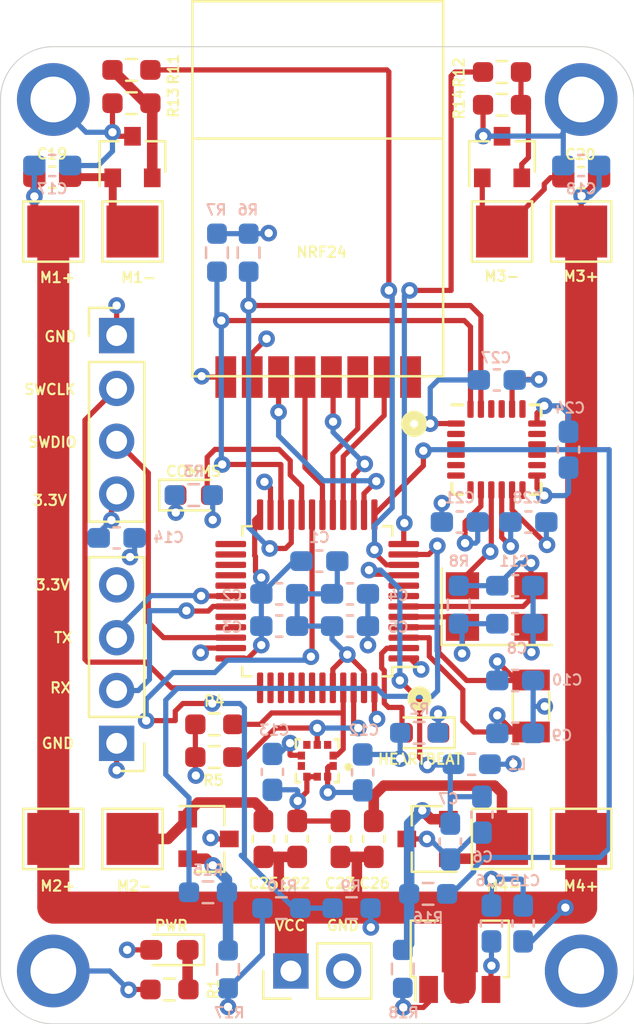
<source format=kicad_pcb>
(kicad_pcb (version 20171130) (host pcbnew 5.1.9-73d0e3b20d~88~ubuntu20.04.1)
  (layers (0 F.Cu signal) (1 In1.Cu power hide) (2 In2.Cu power hide) (31 B.Cu signal) (34 B.Paste user) (35 F.Paste user) (36 B.SilkS user) (37 F.SilkS user) (38 B.Mask user) (39 F.Mask user) (44 Edge.Cuts user))
  (net 0 "")
  (net 1 GND)
  (net 2 +3V3)
  (net 3 +3.3VA)
  (net 4 OSC8_IN)
  (net 5 OSC32_IN)
  (net 6 OSC32_OUT)
  (net 7 OSC8_OUT)
  (net 8 VCC)
  (net 9 "Net-(C19-Pad1)")
  (net 10 "Net-(C20-Pad1)")
  (net 11 "Net-(C25-Pad1)")
  (net 12 "Net-(C26-Pad1)")
  (net 13 "Net-(C27-Pad2)")
  (net 14 "Net-(C28-Pad1)")
  (net 15 "Net-(D1-Pad1)")
  (net 16 "Net-(D2-Pad1)")
  (net 17 LED1)
  (net 18 LED2)
  (net 19 "Net-(D3-Pad1)")
  (net 20 SWDIO)
  (net 21 SWCLK)
  (net 22 UART1_RX)
  (net 23 UART1_TX)
  (net 24 I2C1_SDA)
  (net 25 I2C1_SCL)
  (net 26 I2C2_SCL)
  (net 27 I2C2_SDA)
  (net 28 SPI1_CE)
  (net 29 SPI1_CSN)
  (net 30 SPI1_SCK)
  (net 31 SPI1_MISO)
  (net 32 SPI1_MOSI)
  (net 33 SPI1_IRQ)
  (net 34 ADC_BATT)
  (net 35 M1_PWM)
  (net 36 M2_PWM)
  (net 37 M3_PWM)
  (net 38 M4_PWM)
  (net 39 "Net-(Q1-Pad2)")
  (net 40 "Net-(Q2-Pad2)")
  (net 41 "Net-(Q3-Pad2)")
  (net 42 "Net-(Q4-Pad2)")
  (net 43 "Net-(U1-Pad7)")
  (net 44 "Net-(U1-Pad25)")
  (net 45 "Net-(U1-Pad26)")
  (net 46 "Net-(U1-Pad27)")
  (net 47 "Net-(U1-Pad28)")
  (net 48 "Net-(U1-Pad29)")
  (net 49 "Net-(U1-Pad32)")
  (net 50 "Net-(U1-Pad38)")
  (net 51 "Net-(U1-Pad39)")
  (net 52 "Net-(U1-Pad40)")
  (net 53 "Net-(U1-Pad41)")
  (net 54 "Net-(U1-Pad42)")
  (net 55 "Net-(U1-Pad43)")
  (net 56 "Net-(U2-Pad7)")
  (net 57 "Net-(U5-Pad6)")
  (net 58 "Net-(U5-Pad7)")
  (net 59 "Net-(U5-Pad12)")
  (module radios:NRF24L01-SMD (layer F.Cu) (at 149.3901 84.3026)
    (fp_text reference U4)
    (fp_text value NRF24L01)
    (pad 2 smd rect (at -4.4 8.7) (size 1 2) (layers F.Cu F.Paste F.Mask) (net 2 +3V3))
    (pad 1 smd rect (at -3.13 8.7) (size 1 2) (layers F.Cu F.Paste F.Mask) (net 1 GND))
    (pad 3 smd rect (at -1.86 8.7) (size 1 2) (layers F.Cu F.Paste F.Mask) (net 28 SPI1_CE))
    (pad 4 smd rect (at -0.59 8.7) (size 1 2) (layers F.Cu F.Paste F.Mask) (net 29 SPI1_CSN))
    (pad 5 smd rect (at 0.68 8.7) (size 1 2) (layers F.Cu F.Paste F.Mask) (net 30 SPI1_SCK))
    (pad 6 smd rect (at 1.95 8.7) (size 1 2) (layers F.Cu F.Paste F.Mask) (net 32 SPI1_MOSI))
    (pad 7 smd rect (at 3.22 8.7) (size 1 2) (layers F.Cu F.Paste F.Mask) (net 31 SPI1_MISO))
    (pad 8 smd rect (at 4.49 8.7) (size 1 2) (layers F.Cu F.Paste F.Mask) (net 33 SPI1_IRQ))
  )
  (module MountingHole:MountingHole_2.2mm_M2_ISO7380_Pad (layer F.Cu) (at 162.0901 121.5644)
    (fp_text reference H4)
    (fp_text value MntHole)
    (pad 1 thru_hole circle (at 0 0) (size 3.5 3.5) (drill 2.2) (layers *.Cu *.Mask) (net 1 GND))
  )
  (module Capacitor_SMD:C_0603_1608Metric_Pad1.08x0.95mm_HandSolder (layer B.Cu) (at 149.4917 101.854)
    (fp_text reference C1 (at 0 -1.143) (layer B.SilkS) (effects (font (size 0.5 0.5) (thickness 0.1)) (justify mirror)))
    (fp_text value 4.7u)
    (pad 1 smd roundrect (at -0.8625 0) (size 1.075 0.95) (layers B.Cu B.Paste B.Mask) (net 2 +3V3))
    (pad 2 smd roundrect (at 0.8625 0) (size 1.075 0.95) (layers B.Cu B.Paste B.Mask) (net 1 GND))
  )
  (module Capacitor_SMD:C_0603_1608Metric_Pad1.08x0.95mm_HandSolder (layer B.Cu) (at 147.5613 103.4288)
    (fp_text reference C2 (at -2.2733 0.0762 180) (layer B.SilkS) (effects (font (size 0.5 0.5) (thickness 0.1)) (justify mirror)))
    (fp_text value 100n)
    (pad 2 smd roundrect (at 0.8625 0) (size 1.075 0.95) (layers B.Cu B.Paste B.Mask) (net 1 GND))
    (pad 1 smd roundrect (at -0.8625 0) (size 1.075 0.95) (layers B.Cu B.Paste B.Mask) (net 2 +3V3))
  )
  (module Capacitor_SMD:C_0603_1608Metric_Pad1.08x0.95mm_HandSolder (layer B.Cu) (at 147.5613 104.9782)
    (fp_text reference C3 (at -2.2733 0.0508 180) (layer B.SilkS) (effects (font (size 0.5 0.5) (thickness 0.1)) (justify mirror)))
    (fp_text value 100n)
    (pad 1 smd roundrect (at -0.8625 0) (size 1.075 0.95) (layers B.Cu B.Paste B.Mask) (net 2 +3V3))
    (pad 2 smd roundrect (at 0.8625 0) (size 1.075 0.95) (layers B.Cu B.Paste B.Mask) (net 1 GND))
  )
  (module Capacitor_SMD:C_0603_1608Metric_Pad1.08x0.95mm_HandSolder (layer B.Cu) (at 150.9649 103.4288 180)
    (fp_text reference C4 (at -2.3241 -0.0762) (layer B.SilkS) (effects (font (size 0.5 0.5) (thickness 0.1)) (justify mirror)))
    (fp_text value 100n)
    (pad 2 smd roundrect (at 0.8625 0 180) (size 1.075 0.95) (layers B.Cu B.Paste B.Mask) (net 1 GND))
    (pad 1 smd roundrect (at -0.8625 0 180) (size 1.075 0.95) (layers B.Cu B.Paste B.Mask) (net 2 +3V3))
  )
  (module Capacitor_SMD:C_0603_1608Metric_Pad1.08x0.95mm_HandSolder (layer B.Cu) (at 150.9649 104.9782 180)
    (fp_text reference C5 (at -2.3241 -0.0508) (layer B.SilkS) (effects (font (size 0.5 0.5) (thickness 0.1)) (justify mirror)))
    (fp_text value 100n)
    (pad 1 smd roundrect (at -0.8625 0 180) (size 1.075 0.95) (layers B.Cu B.Paste B.Mask) (net 2 +3V3))
    (pad 2 smd roundrect (at 0.8625 0 180) (size 1.075 0.95) (layers B.Cu B.Paste B.Mask) (net 1 GND))
  )
  (module Capacitor_SMD:C_0603_1608Metric_Pad1.08x0.95mm_HandSolder (layer B.Cu) (at 157.3149 114.046 270)
    (fp_text reference C6 (at 2.032 -0.0381 180) (layer B.SilkS) (effects (font (size 0.5 0.5) (thickness 0.1)) (justify mirror)))
    (fp_text value 1u)
    (pad 2 smd roundrect (at 0.8625 0 270) (size 1.075 0.95) (layers B.Cu B.Paste B.Mask) (net 1 GND))
    (pad 1 smd roundrect (at -0.8625 0 270) (size 1.075 0.95) (layers B.Cu B.Paste B.Mask) (net 3 +3.3VA))
  )
  (module Capacitor_SMD:C_0603_1608Metric_Pad1.08x0.95mm_HandSolder (layer B.Cu) (at 155.7909 115.3414 270)
    (fp_text reference C7 (at -2.0574 0.0889 180) (layer B.SilkS) (effects (font (size 0.5 0.5) (thickness 0.1)) (justify mirror)))
    (fp_text value 10n)
    (pad 2 smd roundrect (at 0.8625 0 270) (size 1.075 0.95) (layers B.Cu B.Paste B.Mask) (net 1 GND))
    (pad 1 smd roundrect (at -0.8625 0 270) (size 1.075 0.95) (layers B.Cu B.Paste B.Mask) (net 3 +3.3VA))
  )
  (module Capacitor_SMD:C_0603_1608Metric_Pad1.08x0.95mm_HandSolder (layer B.Cu) (at 158.912113 104.864208 180)
    (fp_text reference C8 (at -0.091887 -1.180792 180) (layer B.SilkS) (effects (font (size 0.5 0.5) (thickness 0.1)) (justify mirror)))
    (fp_text value 15p)
    (pad 2 smd roundrect (at 0.8625 0 180) (size 1.075 0.95) (layers B.Cu B.Paste B.Mask) (net 4 OSC8_IN))
    (pad 1 smd roundrect (at -0.8625 0 180) (size 1.075 0.95) (layers B.Cu B.Paste B.Mask) (net 1 GND))
  )
  (module Capacitor_SMD:C_0603_1608Metric_Pad1.08x0.95mm_HandSolder (layer B.Cu) (at 158.9151 110.1344 180)
    (fp_text reference C9 (at -2.2479 -0.1016) (layer B.SilkS) (effects (font (size 0.5 0.5) (thickness 0.1)) (justify mirror)))
    (fp_text value 10p)
    (pad 1 smd roundrect (at -0.8625 0 180) (size 1.075 0.95) (layers B.Cu B.Paste B.Mask) (net 1 GND))
    (pad 2 smd roundrect (at 0.8625 0 180) (size 1.075 0.95) (layers B.Cu B.Paste B.Mask) (net 5 OSC32_IN))
  )
  (module Capacitor_SMD:C_0603_1608Metric_Pad1.08x0.95mm_HandSolder (layer B.Cu) (at 158.9151 107.5944 180)
    (fp_text reference C10 (at -2.5019 0.0254) (layer B.SilkS) (effects (font (size 0.5 0.5) (thickness 0.1)) (justify mirror)))
    (fp_text value 10p)
    (pad 1 smd roundrect (at -0.8625 0 180) (size 1.075 0.95) (layers B.Cu B.Paste B.Mask) (net 1 GND))
    (pad 2 smd roundrect (at 0.8625 0 180) (size 1.075 0.95) (layers B.Cu B.Paste B.Mask) (net 6 OSC32_OUT))
  )
  (module Capacitor_SMD:C_0603_1608Metric_Pad1.08x0.95mm_HandSolder (layer B.Cu) (at 158.912113 103.035408 180)
    (fp_text reference C11 (at 0.035113 1.181408 180) (layer B.SilkS) (effects (font (size 0.5 0.5) (thickness 0.1)) (justify mirror)))
    (fp_text value 15p)
    (pad 2 smd roundrect (at 0.8625 0 180) (size 1.075 0.95) (layers B.Cu B.Paste B.Mask) (net 7 OSC8_OUT))
    (pad 1 smd roundrect (at -0.8625 0 180) (size 1.075 0.95) (layers B.Cu B.Paste B.Mask) (net 1 GND))
  )
  (module Capacitor_SMD:C_0603_1608Metric_Pad1.08x0.95mm_HandSolder (layer B.Cu) (at 151.5745 112.014 90)
    (fp_text reference C12 (at 2.032 0.0635) (layer B.SilkS) (effects (font (size 0.5 0.5) (thickness 0.1)) (justify mirror)))
    (fp_text value 100n)
    (pad 2 smd roundrect (at 0.8625 0 90) (size 1.075 0.95) (layers B.Cu B.Paste B.Mask) (net 1 GND))
    (pad 1 smd roundrect (at -0.8625 0 90) (size 1.075 0.95) (layers B.Cu B.Paste B.Mask) (net 2 +3V3))
  )
  (module Capacitor_SMD:C_0603_1608Metric_Pad1.08x0.95mm_HandSolder (layer B.Cu) (at 147.2311 111.9886 90)
    (fp_text reference C13 (at 2.0066 0.0889) (layer B.SilkS) (effects (font (size 0.5 0.5) (thickness 0.1)) (justify mirror)))
    (fp_text value 100n)
    (pad 1 smd roundrect (at -0.8625 0 90) (size 1.075 0.95) (layers B.Cu B.Paste B.Mask) (net 1 GND))
    (pad 2 smd roundrect (at 0.8625 0 90) (size 1.075 0.95) (layers B.Cu B.Paste B.Mask) (net 2 +3V3))
  )
  (module Capacitor_SMD:C_0603_1608Metric_Pad1.08x0.95mm_HandSolder (layer B.Cu) (at 139.7381 100.7364 180)
    (fp_text reference C14 (at -2.5019 0.0254) (layer B.SilkS) (effects (font (size 0.5 0.5) (thickness 0.1)) (justify mirror)))
    (fp_text value 100n)
    (pad 1 smd roundrect (at -0.8625 0 180) (size 1.075 0.95) (layers B.Cu B.Paste B.Mask) (net 1 GND))
    (pad 2 smd roundrect (at 0.8625 0 180) (size 1.075 0.95) (layers B.Cu B.Paste B.Mask) (net 2 +3V3))
  )
  (module Capacitor_SMD:C_0603_1608Metric_Pad1.08x0.95mm_HandSolder (layer B.Cu) (at 159.2961 119.2784 270)
    (fp_text reference C15 (at -2.0574 -0.0889) (layer B.SilkS) (effects (font (size 0.5 0.5) (thickness 0.1)) (justify mirror)))
    (fp_text value 1u)
    (pad 1 smd roundrect (at -0.8625 0 270) (size 1.075 0.95) (layers B.Cu B.Paste B.Mask) (net 1 GND))
    (pad 2 smd roundrect (at 0.8625 0 270) (size 1.075 0.95) (layers B.Cu B.Paste B.Mask) (net 8 VCC))
  )
  (module Capacitor_SMD:C_0603_1608Metric_Pad1.08x0.95mm_HandSolder (layer B.Cu) (at 157.7721 119.2784 270)
    (fp_text reference C16 (at -2.0574 0.0381) (layer B.SilkS) (effects (font (size 0.5 0.5) (thickness 0.1)) (justify mirror)))
    (fp_text value 1u)
    (pad 2 smd roundrect (at 0.8625 0 270) (size 1.075 0.95) (layers B.Cu B.Paste B.Mask) (net 2 +3V3))
    (pad 1 smd roundrect (at -0.8625 0 270) (size 1.075 0.95) (layers B.Cu B.Paste B.Mask) (net 1 GND))
  )
  (module Capacitor_SMD:C_0603_1608Metric_Pad1.08x0.95mm_HandSolder (layer B.Cu) (at 136.6393 82.8294 180)
    (fp_text reference C17 (at 0 -1.1176) (layer B.SilkS) (effects (font (size 0.5 0.5) (thickness 0.1)) (justify mirror)))
    (fp_text value 22u)
    (pad 2 smd roundrect (at 0.8625 0 180) (size 1.075 0.95) (layers B.Cu B.Paste B.Mask) (net 8 VCC))
    (pad 1 smd roundrect (at -0.8625 0 180) (size 1.075 0.95) (layers B.Cu B.Paste B.Mask) (net 1 GND))
  )
  (module Capacitor_SMD:C_0603_1608Metric_Pad1.08x0.95mm_HandSolder (layer B.Cu) (at 162.0901 82.8294)
    (fp_text reference C18 (at 0 1.1176 180) (layer B.SilkS) (effects (font (size 0.5 0.5) (thickness 0.1)) (justify mirror)))
    (fp_text value 22u)
    (pad 2 smd roundrect (at 0.8625 0) (size 1.075 0.95) (layers B.Cu B.Paste B.Mask) (net 8 VCC))
    (pad 1 smd roundrect (at -0.8625 0) (size 1.075 0.95) (layers B.Cu B.Paste B.Mask) (net 1 GND))
  )
  (module Capacitor_SMD:C_0603_1608Metric_Pad1.08x0.95mm_HandSolder (layer F.Cu) (at 136.6393 83.3882 180)
    (fp_text reference C19 (at 0.0127 1.1176) (layer F.SilkS) (effects (font (size 0.5 0.5) (thickness 0.1))))
    (fp_text value 10n)
    (pad 1 smd roundrect (at -0.8625 0 180) (size 1.075 0.95) (layers F.Cu F.Paste F.Mask) (net 9 "Net-(C19-Pad1)"))
    (pad 2 smd roundrect (at 0.8625 0 180) (size 1.075 0.95) (layers F.Cu F.Paste F.Mask) (net 8 VCC))
  )
  (module Capacitor_SMD:C_0603_1608Metric_Pad1.08x0.95mm_HandSolder (layer F.Cu) (at 162.0901 83.4136)
    (fp_text reference C20 (at -0.0381 -1.1176 180) (layer F.SilkS) (effects (font (size 0.5 0.5) (thickness 0.1))))
    (fp_text value 10n)
    (pad 1 smd roundrect (at -0.8625 0) (size 1.075 0.95) (layers F.Cu F.Paste F.Mask) (net 10 "Net-(C20-Pad1)"))
    (pad 2 smd roundrect (at 0.8625 0) (size 1.075 0.95) (layers F.Cu F.Paste F.Mask) (net 8 VCC))
  )
  (module Capacitor_SMD:C_0603_1608Metric_Pad1.08x0.95mm_HandSolder (layer B.Cu) (at 156.2481 99.9744 180)
    (fp_text reference C21 (at 0 1.1684) (layer B.SilkS) (effects (font (size 0.5 0.5) (thickness 0.1)) (justify mirror)))
    (fp_text value 10n)
    (pad 2 smd roundrect (at 0.8625 0 180) (size 1.075 0.95) (layers B.Cu B.Paste B.Mask) (net 1 GND))
    (pad 1 smd roundrect (at -0.8625 0 180) (size 1.075 0.95) (layers B.Cu B.Paste B.Mask) (net 2 +3V3))
  )
  (module Capacitor_SMD:C_0603_1608Metric_Pad1.08x0.95mm_HandSolder (layer F.Cu) (at 148.4249 115.2144 270)
    (fp_text reference C22 (at 2.1336 0.0889 180) (layer F.SilkS) (effects (font (size 0.5 0.5) (thickness 0.1))))
    (fp_text value 22u)
    (pad 2 smd roundrect (at 0.8625 0 270) (size 1.075 0.95) (layers F.Cu F.Paste F.Mask) (net 8 VCC))
    (pad 1 smd roundrect (at -0.8625 0 270) (size 1.075 0.95) (layers F.Cu F.Paste F.Mask) (net 1 GND))
  )
  (module Capacitor_SMD:C_0603_1608Metric_Pad1.08x0.95mm_HandSolder (layer F.Cu) (at 150.5077 115.2144 270)
    (fp_text reference C23 (at 2.1336 0.0127 180) (layer F.SilkS) (effects (font (size 0.5 0.5) (thickness 0.1))))
    (fp_text value 22u)
    (pad 2 smd roundrect (at 0.8625 0 270) (size 1.075 0.95) (layers F.Cu F.Paste F.Mask) (net 8 VCC))
    (pad 1 smd roundrect (at -0.8625 0 270) (size 1.075 0.95) (layers F.Cu F.Paste F.Mask) (net 1 GND))
  )
  (module Capacitor_SMD:C_0603_1608Metric_Pad1.08x0.95mm_HandSolder (layer B.Cu) (at 161.4805 96.4946 270)
    (fp_text reference C24 (at -2.0066 -0.0635) (layer B.SilkS) (effects (font (size 0.5 0.5) (thickness 0.1)) (justify mirror)))
    (fp_text value 100n)
    (pad 1 smd roundrect (at -0.8625 0 270) (size 1.075 0.95) (layers B.Cu B.Paste B.Mask) (net 1 GND))
    (pad 2 smd roundrect (at 0.8625 0 270) (size 1.075 0.95) (layers B.Cu B.Paste B.Mask) (net 2 +3V3))
  )
  (module Capacitor_SMD:C_0603_1608Metric_Pad1.08x0.95mm_HandSolder (layer F.Cu) (at 146.7993 115.2144 270)
    (fp_text reference C25 (at 2.1336 -0.0127 180) (layer F.SilkS) (effects (font (size 0.5 0.5) (thickness 0.1))))
    (fp_text value 10n)
    (pad 1 smd roundrect (at -0.8625 0 270) (size 1.075 0.95) (layers F.Cu F.Paste F.Mask) (net 11 "Net-(C25-Pad1)"))
    (pad 2 smd roundrect (at 0.8625 0 270) (size 1.075 0.95) (layers F.Cu F.Paste F.Mask) (net 8 VCC))
  )
  (module Capacitor_SMD:C_0603_1608Metric_Pad1.08x0.95mm_HandSolder (layer F.Cu) (at 152.1079 115.2144 270)
    (fp_text reference C26 (at 2.1336 -0.0381 180) (layer F.SilkS) (effects (font (size 0.5 0.5) (thickness 0.1))))
    (fp_text value 10n)
    (pad 1 smd roundrect (at -0.8625 0 270) (size 1.075 0.95) (layers F.Cu F.Paste F.Mask) (net 12 "Net-(C26-Pad1)"))
    (pad 2 smd roundrect (at 0.8625 0 270) (size 1.075 0.95) (layers F.Cu F.Paste F.Mask) (net 8 VCC))
  )
  (module Capacitor_SMD:C_0603_1608Metric_Pad1.08x0.95mm_HandSolder (layer B.Cu) (at 158.0272 93.1418)
    (fp_text reference C27 (at -0.0392 -1.0668) (layer B.SilkS) (effects (font (size 0.5 0.5) (thickness 0.1)) (justify mirror)))
    (fp_text value 2.2n)
    (pad 2 smd roundrect (at 0.8625 0) (size 1.075 0.95) (layers B.Cu B.Paste B.Mask) (net 13 "Net-(C27-Pad2)"))
    (pad 1 smd roundrect (at -0.8625 0) (size 1.075 0.95) (layers B.Cu B.Paste B.Mask) (net 1 GND))
  )
  (module Capacitor_SMD:C_0603_1608Metric_Pad1.08x0.95mm_HandSolder (layer B.Cu) (at 159.5501 99.9744)
    (fp_text reference C28 (at -0.0381 -1.1684) (layer B.SilkS) (effects (font (size 0.5 0.5) (thickness 0.1)) (justify mirror)))
    (fp_text value 100n)
    (pad 1 smd roundrect (at -0.8625 0) (size 1.075 0.95) (layers B.Cu B.Paste B.Mask) (net 14 "Net-(C28-Pad1)"))
    (pad 2 smd roundrect (at 0.8625 0) (size 1.075 0.95) (layers B.Cu B.Paste B.Mask) (net 1 GND))
  )
  (module LED_SMD:LED_0603_1608Metric_Pad1.05x0.95mm_HandSolder (layer F.Cu) (at 142.2781 120.5484 180)
    (fp_text reference PWR (at -0.0889 1.1684 180) (layer F.SilkS) (effects (font (size 0.5 0.5) (thickness 0.1))))
    (fp_text value Green)
    (pad 1 smd roundrect (at -0.875 0 180) (size 1.05 0.95) (layers F.Cu F.Paste F.Mask) (net 15 "Net-(D1-Pad1)"))
    (pad 2 smd roundrect (at 0.875 0 180) (size 1.05 0.95) (layers F.Cu F.Paste F.Mask) (net 2 +3V3))
  )
  (module LED_SMD:LED_0603_1608Metric_Pad1.05x0.95mm_HandSolder (layer F.Cu) (at 154.3431 110.109 180)
    (fp_text reference HEARTBEAT (at 0 -1.27) (layer F.SilkS) (effects (font (size 0.5 0.5) (thickness 0.1))))
    (fp_text value Red)
    (pad 2 smd roundrect (at 0.875 0 180) (size 1.05 0.95) (layers F.Cu F.Paste F.Mask) (net 17 LED1))
    (pad 1 smd roundrect (at -0.875 0 180) (size 1.05 0.95) (layers F.Cu F.Paste F.Mask) (net 16 "Net-(D2-Pad1)"))
  )
  (module LED_SMD:LED_0603_1608Metric_Pad1.05x0.95mm_HandSolder (layer F.Cu) (at 143.4465 98.679)
    (fp_text reference COMMS (at 0 -1.143) (layer F.SilkS) (effects (font (size 0.5 0.5) (thickness 0.1))))
    (fp_text value Blue)
    (pad 1 smd roundrect (at -0.875 0) (size 1.05 0.95) (layers F.Cu F.Paste F.Mask) (net 19 "Net-(D3-Pad1)"))
    (pad 2 smd roundrect (at 0.875 0) (size 1.05 0.95) (layers F.Cu F.Paste F.Mask) (net 18 LED2))
  )
  (module MountingHole:MountingHole_2.2mm_M2_ISO7380_Pad (layer F.Cu) (at 136.6901 79.6544)
    (fp_text reference H1)
    (fp_text value MntHole)
    (pad 1 thru_hole circle (at 0 0) (size 3.5 3.5) (drill 2.2) (layers *.Cu *.Mask) (net 1 GND))
  )
  (module MountingHole:MountingHole_2.2mm_M2_ISO7380_Pad (layer F.Cu) (at 136.6901 121.5644)
    (fp_text reference H2)
    (fp_text value MntHole)
    (pad 1 thru_hole circle (at 0 0) (size 3.5 3.5) (drill 2.2) (layers *.Cu *.Mask) (net 1 GND))
  )
  (module MountingHole:MountingHole_2.2mm_M2_ISO7380_Pad (layer F.Cu) (at 162.0901 79.6544)
    (fp_text reference H3)
    (fp_text value MntHole)
    (pad 1 thru_hole circle (at 0 0) (size 3.5 3.5) (drill 2.2) (layers *.Cu *.Mask) (net 1 GND))
  )
  (module Connector_PinHeader_2.54mm:PinHeader_1x04_P2.54mm_Vertical (layer F.Cu) (at 139.7381 91.0082)
    (fp_text reference SWD)
    (fp_text value Conn_01x04)
    (pad 1 thru_hole rect (at 0 0) (size 1.7 1.7) (drill 1) (layers *.Cu *.Mask) (net 1 GND))
    (pad 2 thru_hole oval (at 0 2.54) (size 1.7 1.7) (drill 1) (layers *.Cu *.Mask) (net 21 SWCLK))
    (pad 3 thru_hole oval (at 0 5.08) (size 1.7 1.7) (drill 1) (layers *.Cu *.Mask) (net 20 SWDIO))
    (pad 4 thru_hole oval (at 0 7.62) (size 1.7 1.7) (drill 1) (layers *.Cu *.Mask) (net 2 +3V3))
  )
  (module Connector_PinHeader_2.54mm:PinHeader_1x04_P2.54mm_Vertical (layer F.Cu) (at 139.7381 110.617 180)
    (fp_text reference UART)
    (fp_text value Conn_01x04)
    (pad 4 thru_hole oval (at 0 7.62 180) (size 1.7 1.7) (drill 1) (layers *.Cu *.Mask) (net 2 +3V3))
    (pad 3 thru_hole oval (at 0 5.08 180) (size 1.7 1.7) (drill 1) (layers *.Cu *.Mask) (net 23 UART1_TX))
    (pad 2 thru_hole oval (at 0 2.54 180) (size 1.7 1.7) (drill 1) (layers *.Cu *.Mask) (net 22 UART1_RX))
    (pad 1 thru_hole rect (at 0 0 180) (size 1.7 1.7) (drill 1) (layers *.Cu *.Mask) (net 1 GND))
  )
  (module Connector_PinHeader_2.54mm:PinHeader_1x02_P2.54mm_Vertical (layer F.Cu) (at 148.1201 121.5644 90)
    (fp_text reference J3)
    (fp_text value Conn_01x02)
    (pad 1 thru_hole rect (at 0 0 90) (size 1.7 1.7) (drill 1) (layers *.Cu *.Mask) (net 8 VCC))
    (pad 2 thru_hole oval (at 0 2.54 90) (size 1.7 1.7) (drill 1) (layers *.Cu *.Mask) (net 1 GND))
  )
  (module TestPoint:TestPoint_Pad_2.5x2.5mm (layer F.Cu) (at 136.6901 86.0044)
    (fp_text reference M1+ (at 0.1905 2.2098) (layer F.SilkS) (effects (font (size 0.5 0.5) (thickness 0.1))))
    (fp_text value M1+)
    (pad 1 smd rect (at 0 0) (size 2.5 2.5) (layers F.Cu F.Mask) (net 8 VCC))
  )
  (module TestPoint:TestPoint_Pad_2.5x2.5mm (layer F.Cu) (at 140.5001 86.0044)
    (fp_text reference M1- (at 0.2921 2.2098) (layer F.SilkS) (effects (font (size 0.5 0.5) (thickness 0.1))))
    (fp_text value M1-)
    (pad 1 smd rect (at 0 0) (size 2.5 2.5) (layers F.Cu F.Mask) (net 9 "Net-(C19-Pad1)"))
  )
  (module TestPoint:TestPoint_Pad_2.5x2.5mm (layer F.Cu) (at 162.0901 86.0044 180)
    (fp_text reference M3+ (at 0 -2.148) (layer F.SilkS) (effects (font (size 0.5 0.5) (thickness 0.1))))
    (fp_text value M3+)
    (pad 1 smd rect (at 0 0 180) (size 2.5 2.5) (layers F.Cu F.Mask) (net 8 VCC))
  )
  (module TestPoint:TestPoint_Pad_2.5x2.5mm (layer F.Cu) (at 158.2801 86.0044 180)
    (fp_text reference M3- (at 0 -2.148) (layer F.SilkS) (effects (font (size 0.5 0.5) (thickness 0.1))))
    (fp_text value M3-)
    (pad 1 smd rect (at 0 0 180) (size 2.5 2.5) (layers F.Cu F.Mask) (net 10 "Net-(C20-Pad1)"))
  )
  (module TestPoint:TestPoint_Pad_2.5x2.5mm (layer F.Cu) (at 136.6901 115.2144)
    (fp_text reference M2+ (at 0.2159 2.2606) (layer F.SilkS) (effects (font (size 0.5 0.5) (thickness 0.1))))
    (fp_text value M2+)
    (pad 1 smd rect (at 0 0) (size 2.5 2.5) (layers F.Cu F.Mask) (net 8 VCC))
  )
  (module TestPoint:TestPoint_Pad_2.5x2.5mm (layer F.Cu) (at 140.5001 115.2144)
    (fp_text reference M2- (at 0.0889 2.2606) (layer F.SilkS) (effects (font (size 0.5 0.5) (thickness 0.1))))
    (fp_text value M2-)
    (pad 1 smd rect (at 0 0) (size 2.5 2.5) (layers F.Cu F.Mask) (net 11 "Net-(C25-Pad1)"))
  )
  (module TestPoint:TestPoint_Pad_2.5x2.5mm (layer F.Cu) (at 162.0901 115.2144 180)
    (fp_text reference M4+ (at 0 -2.2606) (layer F.SilkS) (effects (font (size 0.5 0.5) (thickness 0.1))))
    (fp_text value M4+)
    (pad 1 smd rect (at 0 0 180) (size 2.5 2.5) (layers F.Cu F.Mask) (net 8 VCC))
  )
  (module TestPoint:TestPoint_Pad_2.5x2.5mm (layer F.Cu) (at 158.2801 115.2144 180)
    (fp_text reference M4- (at -0.0889 -2.2606) (layer F.SilkS) (effects (font (size 0.5 0.5) (thickness 0.1))))
    (fp_text value M4-)
    (pad 1 smd rect (at 0 0 180) (size 2.5 2.5) (layers F.Cu F.Mask) (net 12 "Net-(C26-Pad1)"))
  )
  (module Inductor_SMD:L_0603_1608Metric_Pad1.05x0.95mm_HandSolder (layer B.Cu) (at 156.8196 111.6203 180)
    (fp_text reference L1 (at -2.1844 -0.0127) (layer B.SilkS) (effects (font (size 0.5 0.5) (thickness 0.1)) (justify mirror)))
    (fp_text value 39n)
    (pad 1 smd roundrect (at -0.875 0 180) (size 1.05 0.95) (layers B.Cu B.Paste B.Mask) (net 2 +3V3))
    (pad 2 smd roundrect (at 0.875 0 180) (size 1.05 0.95) (layers B.Cu B.Paste B.Mask) (net 3 +3.3VA))
  )
  (module Package_TO_SOT_SMD:SOT-23 (layer F.Cu) (at 140.5001 82.423 90)
    (fp_text reference Q1)
    (fp_text value SI2300)
    (pad 3 smd rect (at 1 0 90) (size 0.9 0.8) (layers F.Cu F.Paste F.Mask) (net 1 GND))
    (pad 2 smd rect (at -1 0.95 90) (size 0.9 0.8) (layers F.Cu F.Paste F.Mask) (net 39 "Net-(Q1-Pad2)"))
    (pad 1 smd rect (at -1 -0.95 90) (size 0.9 0.8) (layers F.Cu F.Paste F.Mask) (net 9 "Net-(C19-Pad1)"))
  )
  (module Package_TO_SOT_SMD:SOT-23 (layer F.Cu) (at 158.2801 82.423 90)
    (fp_text reference Q2)
    (fp_text value SI2300)
    (pad 3 smd rect (at 1 0 90) (size 0.9 0.8) (layers F.Cu F.Paste F.Mask) (net 1 GND))
    (pad 2 smd rect (at -1 0.95 90) (size 0.9 0.8) (layers F.Cu F.Paste F.Mask) (net 40 "Net-(Q2-Pad2)"))
    (pad 1 smd rect (at -1 -0.95 90) (size 0.9 0.8) (layers F.Cu F.Paste F.Mask) (net 10 "Net-(C20-Pad1)"))
  )
  (module Package_TO_SOT_SMD:SOT-23 (layer F.Cu) (at 144.1577 115.2144)
    (fp_text reference Q3)
    (fp_text value SI2300)
    (pad 1 smd rect (at -1 -0.95) (size 0.9 0.8) (layers F.Cu F.Paste F.Mask) (net 11 "Net-(C25-Pad1)"))
    (pad 2 smd rect (at -1 0.95) (size 0.9 0.8) (layers F.Cu F.Paste F.Mask) (net 41 "Net-(Q3-Pad2)"))
    (pad 3 smd rect (at 1 0) (size 0.9 0.8) (layers F.Cu F.Paste F.Mask) (net 1 GND))
  )
  (module Package_TO_SOT_SMD:SOT-23 (layer F.Cu) (at 154.6987 115.2144 180)
    (fp_text reference Q4)
    (fp_text value SI2300)
    (pad 1 smd rect (at -1 -0.95 180) (size 0.9 0.8) (layers F.Cu F.Paste F.Mask) (net 12 "Net-(C26-Pad1)"))
    (pad 2 smd rect (at -1 0.95 180) (size 0.9 0.8) (layers F.Cu F.Paste F.Mask) (net 42 "Net-(Q4-Pad2)"))
    (pad 3 smd rect (at 1 0 180) (size 0.9 0.8) (layers F.Cu F.Paste F.Mask) (net 1 GND))
  )
  (module Resistor_SMD:R_0603_1608Metric_Pad0.98x0.95mm_HandSolder (layer F.Cu) (at 142.2781 122.4534)
    (fp_text reference R1 (at 2.1209 -0.0254 90) (layer F.SilkS) (effects (font (size 0.5 0.5) (thickness 0.1))))
    (fp_text value 1k)
    (pad 2 smd roundrect (at 0.9125 0) (size 0.975 0.95) (layers F.Cu F.Paste F.Mask) (net 15 "Net-(D1-Pad1)"))
    (pad 1 smd roundrect (at -0.9125 0) (size 0.975 0.95) (layers F.Cu F.Paste F.Mask) (net 1 GND))
  )
  (module Resistor_SMD:R_0603_1608Metric_Pad0.98x0.95mm_HandSolder (layer B.Cu) (at 154.2923 110.109)
    (fp_text reference R2 (at 0.0127 -1.143) (layer B.SilkS) (effects (font (size 0.5 0.5) (thickness 0.1)) (justify mirror)))
    (fp_text value 1k)
    (pad 1 smd roundrect (at -0.9125 0) (size 0.975 0.95) (layers B.Cu B.Paste B.Mask) (net 1 GND))
    (pad 2 smd roundrect (at 0.9125 0) (size 0.975 0.95) (layers B.Cu B.Paste B.Mask) (net 16 "Net-(D2-Pad1)"))
  )
  (module Resistor_SMD:R_0603_1608Metric_Pad0.98x0.95mm_HandSolder (layer B.Cu) (at 143.4465 98.679 180)
    (fp_text reference R3 (at 0 1.143 180) (layer B.SilkS) (effects (font (size 0.5 0.5) (thickness 0.1)) (justify mirror)))
    (fp_text value 1k)
    (pad 2 smd roundrect (at 0.9125 0 180) (size 0.975 0.95) (layers B.Cu B.Paste B.Mask) (net 19 "Net-(D3-Pad1)"))
    (pad 1 smd roundrect (at -0.9125 0 180) (size 0.975 0.95) (layers B.Cu B.Paste B.Mask) (net 1 GND))
  )
  (module Resistor_SMD:R_0603_1608Metric_Pad0.98x0.95mm_HandSolder (layer F.Cu) (at 144.4371 109.7026)
    (fp_text reference R4 (at 0 -1.1176) (layer F.SilkS) (effects (font (size 0.5 0.5) (thickness 0.1))))
    (fp_text value 4.7k)
    (pad 2 smd roundrect (at 0.9125 0) (size 0.975 0.95) (layers F.Cu F.Paste F.Mask) (net 25 I2C1_SCL))
    (pad 1 smd roundrect (at -0.9125 0) (size 0.975 0.95) (layers F.Cu F.Paste F.Mask) (net 2 +3V3))
  )
  (module Resistor_SMD:R_0603_1608Metric_Pad0.98x0.95mm_HandSolder (layer F.Cu) (at 144.4371 111.2774)
    (fp_text reference R5 (at -0.0381 1.1176) (layer F.SilkS) (effects (font (size 0.5 0.5) (thickness 0.1))))
    (fp_text value 4.7k)
    (pad 2 smd roundrect (at 0.9125 0) (size 0.975 0.95) (layers F.Cu F.Paste F.Mask) (net 24 I2C1_SDA))
    (pad 1 smd roundrect (at -0.9125 0) (size 0.975 0.95) (layers F.Cu F.Paste F.Mask) (net 2 +3V3))
  )
  (module Resistor_SMD:R_0603_1608Metric_Pad0.98x0.95mm_HandSolder (layer B.Cu) (at 146.0881 87.0204 270)
    (fp_text reference R6 (at -2.0574 0.0381 180) (layer B.SilkS) (effects (font (size 0.5 0.5) (thickness 0.1)) (justify mirror)))
    (fp_text value 4.7k)
    (pad 2 smd roundrect (at 0.9125 0 270) (size 0.975 0.95) (layers B.Cu B.Paste B.Mask) (net 26 I2C2_SCL))
    (pad 1 smd roundrect (at -0.9125 0 270) (size 0.975 0.95) (layers B.Cu B.Paste B.Mask) (net 2 +3V3))
  )
  (module Resistor_SMD:R_0603_1608Metric_Pad0.98x0.95mm_HandSolder (layer B.Cu) (at 144.5641 87.0204 270)
    (fp_text reference R7 (at -2.0574 0.0381 180) (layer B.SilkS) (effects (font (size 0.5 0.5) (thickness 0.1)) (justify mirror)))
    (fp_text value 4.7k)
    (pad 1 smd roundrect (at -0.9125 0 270) (size 0.975 0.95) (layers B.Cu B.Paste B.Mask) (net 2 +3V3))
    (pad 2 smd roundrect (at 0.9125 0 270) (size 0.975 0.95) (layers B.Cu B.Paste B.Mask) (net 27 I2C2_SDA))
  )
  (module Resistor_SMD:R_0603_1608Metric_Pad0.98x0.95mm_HandSolder (layer B.Cu) (at 156.194313 103.949808 270)
    (fp_text reference R8 (at -2.095808 -0.015687 180) (layer B.SilkS) (effects (font (size 0.5 0.5) (thickness 0.1)) (justify mirror)))
    (fp_text value 1M)
    (pad 1 smd roundrect (at -0.9125 0 270) (size 0.975 0.95) (layers B.Cu B.Paste B.Mask) (net 7 OSC8_OUT))
    (pad 2 smd roundrect (at 0.9125 0 270) (size 0.975 0.95) (layers B.Cu B.Paste B.Mask) (net 4 OSC8_IN))
  )
  (module Resistor_SMD:R_0603_1608Metric_Pad0.98x0.95mm_HandSolder (layer B.Cu) (at 151.0411 118.5418)
    (fp_text reference R9 (at -0.0381 -1.0668) (layer B.SilkS) (effects (font (size 0.5 0.5) (thickness 0.1)) (justify mirror)))
    (fp_text value 100k)
    (pad 1 smd roundrect (at -0.9125 0) (size 0.975 0.95) (layers B.Cu B.Paste B.Mask) (net 34 ADC_BATT))
    (pad 2 smd roundrect (at 0.9125 0) (size 0.975 0.95) (layers B.Cu B.Paste B.Mask) (net 8 VCC))
  )
  (module Resistor_SMD:R_0603_1608Metric_Pad0.98x0.95mm_HandSolder (layer B.Cu) (at 147.6629 118.5418)
    (fp_text reference R10 (at 0.0381 -1.0668) (layer B.SilkS) (effects (font (size 0.5 0.5) (thickness 0.1)) (justify mirror)))
    (fp_text value 100k)
    (pad 2 smd roundrect (at 0.9125 0) (size 0.975 0.95) (layers B.Cu B.Paste B.Mask) (net 34 ADC_BATT))
    (pad 1 smd roundrect (at -0.9125 0) (size 0.975 0.95) (layers B.Cu B.Paste B.Mask) (net 1 GND))
  )
  (module Resistor_SMD:R_0603_1608Metric_Pad0.98x0.95mm_HandSolder (layer F.Cu) (at 140.4493 78.232)
    (fp_text reference R11 (at 2.0193 -0.0254 90) (layer F.SilkS) (effects (font (size 0.5 0.5) (thickness 0.1))))
    (fp_text value 100)
    (pad 2 smd roundrect (at 0.9125 0) (size 0.975 0.95) (layers F.Cu F.Paste F.Mask) (net 35 M1_PWM))
    (pad 1 smd roundrect (at -0.9125 0) (size 0.975 0.95) (layers F.Cu F.Paste F.Mask) (net 39 "Net-(Q1-Pad2)"))
  )
  (module Resistor_SMD:R_0603_1608Metric_Pad0.98x0.95mm_HandSolder (layer F.Cu) (at 158.2801 78.3336 180)
    (fp_text reference R12 (at 2.0701 -0.0254 90) (layer F.SilkS) (effects (font (size 0.5 0.5) (thickness 0.1))))
    (fp_text value 100)
    (pad 2 smd roundrect (at 0.9125 0 180) (size 0.975 0.95) (layers F.Cu F.Paste F.Mask) (net 37 M3_PWM))
    (pad 1 smd roundrect (at -0.9125 0 180) (size 0.975 0.95) (layers F.Cu F.Paste F.Mask) (net 40 "Net-(Q2-Pad2)"))
  )
  (module Resistor_SMD:R_0603_1608Metric_Pad0.98x0.95mm_HandSolder (layer F.Cu) (at 140.4493 79.8322)
    (fp_text reference R13 (at 2.0193 -0.0254 90) (layer F.SilkS) (effects (font (size 0.5 0.5) (thickness 0.1))))
    (fp_text value 1M)
    (pad 1 smd roundrect (at -0.9125 0) (size 0.975 0.95) (layers F.Cu F.Paste F.Mask) (net 1 GND))
    (pad 2 smd roundrect (at 0.9125 0) (size 0.975 0.95) (layers F.Cu F.Paste F.Mask) (net 39 "Net-(Q1-Pad2)"))
  )
  (module Resistor_SMD:R_0603_1608Metric_Pad0.98x0.95mm_HandSolder (layer F.Cu) (at 158.2801 79.9084)
    (fp_text reference R14 (at -2.0701 -0.0254 90) (layer F.SilkS) (effects (font (size 0.5 0.5) (thickness 0.1))))
    (fp_text value 1M)
    (pad 1 smd roundrect (at -0.9125 0) (size 0.975 0.95) (layers F.Cu F.Paste F.Mask) (net 1 GND))
    (pad 2 smd roundrect (at 0.9125 0) (size 0.975 0.95) (layers F.Cu F.Paste F.Mask) (net 40 "Net-(Q2-Pad2)"))
  )
  (module Resistor_SMD:R_0603_1608Metric_Pad0.98x0.95mm_HandSolder (layer B.Cu) (at 144.1323 117.7798 180)
    (fp_text reference R15 (at 0 1.0668) (layer B.SilkS) (effects (font (size 0.5 0.5) (thickness 0.1)) (justify mirror)))
    (fp_text value 100)
    (pad 1 smd roundrect (at -0.9125 0 180) (size 0.975 0.95) (layers B.Cu B.Paste B.Mask) (net 41 "Net-(Q3-Pad2)"))
    (pad 2 smd roundrect (at 0.9125 0 180) (size 0.975 0.95) (layers B.Cu B.Paste B.Mask) (net 36 M2_PWM))
  )
  (module Resistor_SMD:R_0603_1608Metric_Pad0.98x0.95mm_HandSolder (layer B.Cu) (at 154.7241 117.856)
    (fp_text reference R16 (at 0 1.143) (layer B.SilkS) (effects (font (size 0.5 0.5) (thickness 0.1)) (justify mirror)))
    (fp_text value 100)
    (pad 1 smd roundrect (at -0.9125 0) (size 0.975 0.95) (layers B.Cu B.Paste B.Mask) (net 42 "Net-(Q4-Pad2)"))
    (pad 2 smd roundrect (at 0.9125 0) (size 0.975 0.95) (layers B.Cu B.Paste B.Mask) (net 38 M4_PWM))
  )
  (module Resistor_SMD:R_0603_1608Metric_Pad0.98x0.95mm_HandSolder (layer B.Cu) (at 145.0975 121.4882 90)
    (fp_text reference R17 (at -2.0828 0.0635) (layer B.SilkS) (effects (font (size 0.5 0.5) (thickness 0.1)) (justify mirror)))
    (fp_text value 1M)
    (pad 2 smd roundrect (at 0.9125 0 90) (size 0.975 0.95) (layers B.Cu B.Paste B.Mask) (net 41 "Net-(Q3-Pad2)"))
    (pad 1 smd roundrect (at -0.9125 0 90) (size 0.975 0.95) (layers B.Cu B.Paste B.Mask) (net 1 GND))
  )
  (module Resistor_SMD:R_0603_1608Metric_Pad0.98x0.95mm_HandSolder (layer B.Cu) (at 153.5049 121.4628 90)
    (fp_text reference R18 (at -2.1082 0.0381 180) (layer B.SilkS) (effects (font (size 0.5 0.5) (thickness 0.1)) (justify mirror)))
    (fp_text value 1M)
    (pad 1 smd roundrect (at -0.9125 0 90) (size 0.975 0.95) (layers B.Cu B.Paste B.Mask) (net 1 GND))
    (pad 2 smd roundrect (at 0.9125 0 90) (size 0.975 0.95) (layers B.Cu B.Paste B.Mask) (net 42 "Net-(Q4-Pad2)"))
  )
  (module Package_QFP:LQFP-48_7x7mm_P0.5mm (layer F.Cu) (at 149.3901 103.7844 180)
    (fp_text reference U1)
    (fp_text value STM32F103C8Tx)
    (pad 1 smd roundrect (at -4.1625 -2.75 180) (size 1.475 0.3) (layers F.Cu F.Paste F.Mask) (net 2 +3V3))
    (pad 2 smd roundrect (at -4.1625 -2.25 180) (size 1.475 0.3) (layers F.Cu F.Paste F.Mask) (net 17 LED1))
    (pad 3 smd roundrect (at -4.1625 -1.75 180) (size 1.475 0.3) (layers F.Cu F.Paste F.Mask) (net 5 OSC32_IN))
    (pad 4 smd roundrect (at -4.1625 -1.25 180) (size 1.475 0.3) (layers F.Cu F.Paste F.Mask) (net 6 OSC32_OUT))
    (pad 5 smd roundrect (at -4.1625 -0.75 180) (size 1.475 0.3) (layers F.Cu F.Paste F.Mask) (net 4 OSC8_IN))
    (pad 6 smd roundrect (at -4.1625 -0.25 180) (size 1.475 0.3) (layers F.Cu F.Paste F.Mask) (net 7 OSC8_OUT))
    (pad 7 smd roundrect (at -4.1625 0.25 180) (size 1.475 0.3) (layers F.Cu F.Paste F.Mask) (net 43 "Net-(U1-Pad7)"))
    (pad 8 smd roundrect (at -4.1625 0.75 180) (size 1.475 0.3) (layers F.Cu F.Paste F.Mask) (net 1 GND))
    (pad 9 smd roundrect (at -4.1625 1.25 180) (size 1.475 0.3) (layers F.Cu F.Paste F.Mask) (net 3 +3.3VA))
    (pad 10 smd roundrect (at -4.1625 1.75 180) (size 1.475 0.3) (layers F.Cu F.Paste F.Mask) (net 35 M1_PWM))
    (pad 11 smd roundrect (at -4.1625 2.25 180) (size 1.475 0.3) (layers F.Cu F.Paste F.Mask) (net 36 M2_PWM))
    (pad 12 smd roundrect (at -4.1625 2.75 180) (size 1.475 0.3) (layers F.Cu F.Paste F.Mask) (net 37 M3_PWM))
    (pad 13 smd roundrect (at -2.75 4.1625 180) (size 0.3 1.475) (layers F.Cu F.Paste F.Mask) (net 38 M4_PWM))
    (pad 14 smd roundrect (at -2.25 4.1625 180) (size 0.3 1.475) (layers F.Cu F.Paste F.Mask) (net 28 SPI1_CE))
    (pad 15 smd roundrect (at -1.75 4.1625 180) (size 0.3 1.475) (layers F.Cu F.Paste F.Mask) (net 30 SPI1_SCK))
    (pad 16 smd roundrect (at -1.25 4.1625 180) (size 0.3 1.475) (layers F.Cu F.Paste F.Mask) (net 31 SPI1_MISO))
    (pad 17 smd roundrect (at -0.75 4.1625 180) (size 0.3 1.475) (layers F.Cu F.Paste F.Mask) (net 32 SPI1_MOSI))
    (pad 18 smd roundrect (at -0.25 4.1625 180) (size 0.3 1.475) (layers F.Cu F.Paste F.Mask) (net 29 SPI1_CSN))
    (pad 19 smd roundrect (at 0.25 4.1625 180) (size 0.3 1.475) (layers F.Cu F.Paste F.Mask) (net 34 ADC_BATT))
    (pad 20 smd roundrect (at 0.75 4.1625 180) (size 0.3 1.475) (layers F.Cu F.Paste F.Mask) (net 18 LED2))
    (pad 21 smd roundrect (at 1.25 4.1625 180) (size 0.3 1.475) (layers F.Cu F.Paste F.Mask) (net 26 I2C2_SCL))
    (pad 22 smd roundrect (at 1.75 4.1625 180) (size 0.3 1.475) (layers F.Cu F.Paste F.Mask) (net 27 I2C2_SDA))
    (pad 23 smd roundrect (at 2.25 4.1625 180) (size 0.3 1.475) (layers F.Cu F.Paste F.Mask) (net 1 GND))
    (pad 24 smd roundrect (at 2.75 4.1625 180) (size 0.3 1.475) (layers F.Cu F.Paste F.Mask) (net 2 +3V3))
    (pad 25 smd roundrect (at 4.1625 2.75 180) (size 1.475 0.3) (layers F.Cu F.Paste F.Mask) (net 44 "Net-(U1-Pad25)"))
    (pad 26 smd roundrect (at 4.1625 2.25 180) (size 1.475 0.3) (layers F.Cu F.Paste F.Mask) (net 45 "Net-(U1-Pad26)"))
    (pad 27 smd roundrect (at 4.1625 1.75 180) (size 1.475 0.3) (layers F.Cu F.Paste F.Mask) (net 46 "Net-(U1-Pad27)"))
    (pad 28 smd roundrect (at 4.1625 1.25 180) (size 1.475 0.3) (layers F.Cu F.Paste F.Mask) (net 47 "Net-(U1-Pad28)"))
    (pad 29 smd roundrect (at 4.1625 0.75 180) (size 1.475 0.3) (layers F.Cu F.Paste F.Mask) (net 48 "Net-(U1-Pad29)"))
    (pad 30 smd roundrect (at 4.1625 0.25 180) (size 1.475 0.3) (layers F.Cu F.Paste F.Mask) (net 23 UART1_TX))
    (pad 31 smd roundrect (at 4.1625 -0.25 180) (size 1.475 0.3) (layers F.Cu F.Paste F.Mask) (net 22 UART1_RX))
    (pad 32 smd roundrect (at 4.1625 -0.75 180) (size 1.475 0.3) (layers F.Cu F.Paste F.Mask) (net 49 "Net-(U1-Pad32)"))
    (pad 33 smd roundrect (at 4.1625 -1.25 180) (size 1.475 0.3) (layers F.Cu F.Paste F.Mask) (net 33 SPI1_IRQ))
    (pad 34 smd roundrect (at 4.1625 -1.75 180) (size 1.475 0.3) (layers F.Cu F.Paste F.Mask) (net 20 SWDIO))
    (pad 35 smd roundrect (at 4.1625 -2.25 180) (size 1.475 0.3) (layers F.Cu F.Paste F.Mask) (net 1 GND))
    (pad 36 smd roundrect (at 4.1625 -2.75 180) (size 1.475 0.3) (layers F.Cu F.Paste F.Mask) (net 2 +3V3))
    (pad 37 smd roundrect (at 2.75 -4.1625 180) (size 0.3 1.475) (layers F.Cu F.Paste F.Mask) (net 21 SWCLK))
    (pad 38 smd roundrect (at 2.25 -4.1625 180) (size 0.3 1.475) (layers F.Cu F.Paste F.Mask) (net 50 "Net-(U1-Pad38)"))
    (pad 39 smd roundrect (at 1.75 -4.1625 180) (size 0.3 1.475) (layers F.Cu F.Paste F.Mask) (net 51 "Net-(U1-Pad39)"))
    (pad 40 smd roundrect (at 1.25 -4.1625 180) (size 0.3 1.475) (layers F.Cu F.Paste F.Mask) (net 52 "Net-(U1-Pad40)"))
    (pad 41 smd roundrect (at 0.75 -4.1625 180) (size 0.3 1.475) (layers F.Cu F.Paste F.Mask) (net 53 "Net-(U1-Pad41)"))
    (pad 42 smd roundrect (at 0.25 -4.1625 180) (size 0.3 1.475) (layers F.Cu F.Paste F.Mask) (net 54 "Net-(U1-Pad42)"))
    (pad 43 smd roundrect (at -0.25 -4.1625 180) (size 0.3 1.475) (layers F.Cu F.Paste F.Mask) (net 55 "Net-(U1-Pad43)"))
    (pad 44 smd roundrect (at -0.75 -4.1625 180) (size 0.3 1.475) (layers F.Cu F.Paste F.Mask) (net 1 GND))
    (pad 45 smd roundrect (at -1.25 -4.1625 180) (size 0.3 1.475) (layers F.Cu F.Paste F.Mask) (net 25 I2C1_SCL))
    (pad 46 smd roundrect (at -1.75 -4.1625 180) (size 0.3 1.475) (layers F.Cu F.Paste F.Mask) (net 24 I2C1_SDA))
    (pad 47 smd roundrect (at -2.25 -4.1625 180) (size 0.3 1.475) (layers F.Cu F.Paste F.Mask) (net 1 GND))
    (pad 48 smd roundrect (at -2.75 -4.1625 180) (size 0.3 1.475) (layers F.Cu F.Paste F.Mask) (net 2 +3V3))
  )
  (module BMP388:PQFN50P200X200X80-10N (layer F.Cu) (at 149.3901 111.4552 180)
    (fp_text reference U2)
    (fp_text value BMP388)
    (pad 1 smd rect (at -0.765 -0.25 180) (size 0.35 0.38) (layers F.Cu F.Paste F.Mask) (net 2 +3V3))
    (pad 2 smd rect (at -0.765 0.25 180) (size 0.35 0.38) (layers F.Cu F.Paste F.Mask) (net 25 I2C1_SCL))
    (pad 3 smd rect (at -0.5 0.765 180) (size 0.35 0.38) (layers F.Cu F.Paste F.Mask) (net 1 GND))
    (pad 4 smd rect (at 0 0.765 180) (size 0.35 0.38) (layers F.Cu F.Paste F.Mask) (net 24 I2C1_SDA))
    (pad 5 smd rect (at 0.5 0.765 180) (size 0.35 0.38) (layers F.Cu F.Paste F.Mask) (net 1 GND))
    (pad 6 smd rect (at 0.765 0.25 180) (size 0.35 0.38) (layers F.Cu F.Paste F.Mask) (net 2 +3V3))
    (pad 7 smd rect (at 0.765 -0.25 180) (size 0.35 0.38) (layers F.Cu F.Paste F.Mask) (net 56 "Net-(U2-Pad7)"))
    (pad 8 smd rect (at 0.5 -0.765 180) (size 0.35 0.38) (layers F.Cu F.Paste F.Mask) (net 1 GND))
    (pad 9 smd rect (at 0 -0.765 180) (size 0.35 0.38) (layers F.Cu F.Paste F.Mask) (net 1 GND))
    (pad 10 smd rect (at -0.5 -0.765 180) (size 0.35 0.38) (layers F.Cu F.Paste F.Mask) (net 2 +3V3))
  )
  (module Package_TO_SOT_SMD:SOT-89-3 (layer F.Cu) (at 156.2481 120.8024 90)
    (fp_text reference U3)
    (fp_text value MCP1700)
    (pad 1 smd rect (at -1.65 -1.5 90) (size 1.3 0.9) (layers F.Cu F.Paste F.Mask) (net 1 GND))
    (pad 3 smd rect (at -1.65 1.5 90) (size 1.3 0.9) (layers F.Cu F.Paste F.Mask) (net 2 +3V3))
    (pad 2 smd custom (at -1.5625 0 90) (size 1.475 0.9) (layers F.Cu F.Paste F.Mask) (net 8 VCC) (options (clearance outline) (anchor rect)) (primitives (gr_poly (pts (xy 0.7375 -0.8665) (xy 3.8625 -0.8665) (xy 3.8625 0.8665) (xy 0.7375 0.8665)) (width 0))))
  )
  (module Sensor_Motion:InvenSense_QFN-24_4x4mm_P0.5mm (layer F.Cu) (at 158.0141 96.4888)
    (fp_text reference U5)
    (fp_text value MPU-6050)
    (pad 1 smd roundrect (at -1.95 -1.25) (size 0.85 0.3) (layers F.Cu F.Paste F.Mask) (net 1 GND))
    (pad 2 smd roundrect (at -1.95 -0.75) (size 0.85 0.3) (layers F.Cu F.Paste F.Mask))
    (pad 3 smd roundrect (at -1.95 -0.25) (size 0.85 0.3) (layers F.Cu F.Paste F.Mask))
    (pad 4 smd roundrect (at -1.95 0.25) (size 0.85 0.3) (layers F.Cu F.Paste F.Mask))
    (pad 5 smd roundrect (at -1.95 0.75) (size 0.85 0.3) (layers F.Cu F.Paste F.Mask))
    (pad 6 smd roundrect (at -1.95 1.25) (size 0.85 0.3) (layers F.Cu F.Paste F.Mask) (net 57 "Net-(U5-Pad6)"))
    (pad 7 smd roundrect (at -1.25 1.95 90) (size 0.85 0.3) (layers F.Cu F.Paste F.Mask) (net 58 "Net-(U5-Pad7)"))
    (pad 8 smd roundrect (at -0.75 1.95 90) (size 0.85 0.3) (layers F.Cu F.Paste F.Mask) (net 2 +3V3))
    (pad 9 smd roundrect (at -0.25 1.95 90) (size 0.85 0.3) (layers F.Cu F.Paste F.Mask) (net 1 GND))
    (pad 10 smd roundrect (at 0.25 1.95 90) (size 0.85 0.3) (layers F.Cu F.Paste F.Mask) (net 14 "Net-(C28-Pad1)"))
    (pad 11 smd roundrect (at 0.75 1.95 90) (size 0.85 0.3) (layers F.Cu F.Paste F.Mask) (net 1 GND))
    (pad 12 smd roundrect (at 1.25 1.95 90) (size 0.85 0.3) (layers F.Cu F.Paste F.Mask) (net 59 "Net-(U5-Pad12)"))
    (pad 13 smd roundrect (at 1.95 1.25) (size 0.85 0.3) (layers F.Cu F.Paste F.Mask) (net 2 +3V3))
    (pad 14 smd roundrect (at 1.95 0.75) (size 0.85 0.3) (layers F.Cu F.Paste F.Mask))
    (pad 15 smd roundrect (at 1.95 0.25) (size 0.85 0.3) (layers F.Cu F.Paste F.Mask))
    (pad 16 smd roundrect (at 1.95 -0.25) (size 0.85 0.3) (layers F.Cu F.Paste F.Mask))
    (pad 17 smd roundrect (at 1.95 -0.75) (size 0.85 0.3) (layers F.Cu F.Paste F.Mask))
    (pad 18 smd roundrect (at 1.95 -1.25) (size 0.85 0.3) (layers F.Cu F.Paste F.Mask) (net 1 GND))
    (pad 19 smd roundrect (at 1.25 -1.95 90) (size 0.85 0.3) (layers F.Cu F.Paste F.Mask))
    (pad 20 smd roundrect (at 0.75 -1.95 90) (size 0.85 0.3) (layers F.Cu F.Paste F.Mask) (net 13 "Net-(C27-Pad2)"))
    (pad 21 smd roundrect (at 0.25 -1.95 90) (size 0.85 0.3) (layers F.Cu F.Paste F.Mask))
    (pad 22 smd roundrect (at -0.25 -1.95 90) (size 0.85 0.3) (layers F.Cu F.Paste F.Mask))
    (pad 23 smd roundrect (at -0.75 -1.95 90) (size 0.85 0.3) (layers F.Cu F.Paste F.Mask) (net 26 I2C2_SCL))
    (pad 24 smd roundrect (at -1.25 -1.95 90) (size 0.85 0.3) (layers F.Cu F.Paste F.Mask) (net 27 I2C2_SDA))
  )
  (module Crystal:Crystal_SMD_3215-2Pin_3.2x1.5mm (layer F.Cu) (at 159.677166 108.820842 270)
    (fp_text reference Y1)
    (fp_text value "32.768 kHz")
    (pad 1 smd rect (at 1.25 0 270) (size 1 1.8) (layers F.Cu F.Paste F.Mask) (net 5 OSC32_IN))
    (pad 2 smd rect (at -1.25 0 270) (size 1 1.8) (layers F.Cu F.Paste F.Mask) (net 6 OSC32_OUT))
  )
  (module Crystal:Crystal_SMD_5032-4Pin_5.0x3.2mm (layer F.Cu) (at 158.0261 104.0384)
    (fp_text reference Y2)
    (fp_text value "8 MHz")
    (pad 1 smd rect (at -1.65 1) (size 1.6 1.3) (layers F.Cu F.Paste F.Mask) (net 4 OSC8_IN))
    (pad 2 smd rect (at 1.65 1) (size 1.6 1.3) (layers F.Cu F.Paste F.Mask) (net 1 GND))
    (pad 3 smd rect (at 1.65 -1) (size 1.6 1.3) (layers F.Cu F.Paste F.Mask) (net 7 OSC8_OUT))
    (pad 4 smd rect (at -1.65 -1) (size 1.6 1.3) (layers F.Cu F.Paste F.Mask) (net 1 GND))
  )
  (gr_circle (center 154.305 108.458) (end 154.484605 108.458) (layer F.SilkS) (width 0.4))
  (gr_text GND (at 150.622 119.38) (layer F.SilkS) (effects (font (size 0.5 0.5) (thickness 0.1))))
  (gr_text VCC (at 148.082 119.38) (layer F.SilkS) (effects (font (size 0.5 0.5) (thickness 0.1))))
  (gr_circle (center 154.051 95.25) (end 154.230605 95.25) (layer F.SilkS) (width 0.45))
  (gr_text NRF24 (at 149.606 86.995) (layer F.SilkS) (effects (font (size 0.5 0.5) (thickness 0.1))))
  (gr_line (start 143.51 81.534) (end 155.448 81.534) (layer F.SilkS) (width 0.12))
  (gr_line (start 143.383 74.93) (end 143.383 92.964) (layer F.SilkS) (width 0.12))
  (gr_line (start 155.448 74.93) (end 143.383 74.93) (layer F.SilkS) (width 0.12))
  (gr_line (start 155.448 92.964) (end 155.448 74.93) (layer F.SilkS) (width 0.12))
  (gr_line (start 143.383 92.964) (end 155.448 92.964) (layer F.SilkS) (width 0.12))
  (gr_text GND (at 137.033 91.059) (layer F.SilkS) (effects (font (size 0.5 0.5) (thickness 0.1))))
  (gr_text 3.3V (at 136.525 98.933) (layer F.SilkS) (effects (font (size 0.5 0.5) (thickness 0.1))))
  (gr_text 3.3V (at 136.652 102.997) (layer F.SilkS) (effects (font (size 0.5 0.5) (thickness 0.1))))
  (gr_text GND (at 136.906 110.617) (layer F.SilkS) (effects (font (size 0.5 0.5) (thickness 0.1))))
  (gr_text RX (at 137.033 107.95) (layer F.SilkS) (effects (font (size 0.5 0.5) (thickness 0.1))))
  (gr_text TX (at 137.16 105.537) (layer F.SilkS) (effects (font (size 0.5 0.5) (thickness 0.1))))
  (gr_text SWDIO (at 136.652 96.139) (layer F.SilkS) (effects (font (size 0.5 0.5) (thickness 0.1))))
  (gr_text SWCLK (at 136.525 93.599) (layer F.SilkS) (effects (font (size 0.5 0.5) (thickness 0.1))))
  (gr_arc (start 162.0901 121.5644) (end 162.0901 124.1044) (angle -90) (layer Edge.Cuts) (width 0.05))
  (gr_arc (start 136.6901 121.5644) (end 134.1501 121.5644) (angle -90) (layer Edge.Cuts) (width 0.05))
  (gr_arc (start 136.6901 79.6544) (end 136.6901 77.1144) (angle -90) (layer Edge.Cuts) (width 0.05))
  (gr_arc (start 162.0901 79.6544) (end 164.6301 79.6544) (angle -90) (layer Edge.Cuts) (width 0.05))
  (gr_line (start 134.1501 121.5644) (end 134.1501 79.6544) (layer Edge.Cuts) (width 0.05))
  (gr_line (start 164.6301 79.6544) (end 164.6301 121.5644) (layer Edge.Cuts) (width 0.05))
  (gr_line (start 136.6901 77.1144) (end 162.0901 77.1144) (layer Edge.Cuts) (width 0.05))
  (gr_line (start 136.6901 124.1044) (end 162.0901 124.1044) (layer Edge.Cuts) (width 0.05))
  (via (at 160.444968 101.068326) (size 0.8) (drill 0.4) (layers F.Cu B.Cu) (net 1))
  (segment (start 160.4126 101.035958) (end 160.444968 101.068326) (width 0.25) (layer B.Cu) (net 1))
  (segment (start 160.4126 99.9744) (end 160.4126 101.035958) (width 0.25) (layer B.Cu) (net 1))
  (segment (start 158.7641 99.387458) (end 158.7641 98.4388) (width 0.25) (layer F.Cu) (net 1))
  (segment (start 160.444968 101.068326) (end 158.7641 99.387458) (width 0.25) (layer F.Cu) (net 1))
  (via (at 155.386675 99.063754) (size 0.8) (drill 0.4) (layers F.Cu B.Cu) (net 1))
  (segment (start 155.3856 99.064829) (end 155.386675 99.063754) (width 0.25) (layer B.Cu) (net 1))
  (segment (start 155.3856 99.9744) (end 155.3856 99.064829) (width 0.25) (layer B.Cu) (net 1))
  (via (at 154.826831 95.243735) (size 0.8) (drill 0.4) (layers F.Cu B.Cu) (net 1))
  (segment (start 154.831766 95.2388) (end 154.826831 95.243735) (width 0.25) (layer F.Cu) (net 1))
  (segment (start 156.0641 95.2388) (end 154.831766 95.2388) (width 0.25) (layer F.Cu) (net 1))
  (via (at 160.3121 94.3864) (size 0.8) (drill 0.4) (layers F.Cu B.Cu) (net 1))
  (segment (start 159.9641 94.7344) (end 160.3121 94.3864) (width 0.25) (layer F.Cu) (net 1))
  (segment (start 159.9641 95.2388) (end 159.9641 94.7344) (width 0.25) (layer F.Cu) (net 1))
  (segment (start 160.3121 94.3864) (end 161.0741 94.3864) (width 0.25) (layer B.Cu) (net 1))
  (segment (start 161.4805 94.7928) (end 161.4805 95.6321) (width 0.25) (layer B.Cu) (net 1))
  (segment (start 161.0741 94.3864) (end 161.4805 94.7928) (width 0.25) (layer B.Cu) (net 1))
  (segment (start 157.1647 93.1418) (end 155.2067 93.1418) (width 0.25) (layer B.Cu) (net 1))
  (segment (start 154.826831 93.521669) (end 154.826831 95.243735) (width 0.25) (layer B.Cu) (net 1))
  (segment (start 155.2067 93.1418) (end 154.826831 93.521669) (width 0.25) (layer B.Cu) (net 1))
  (via (at 157.377131 81.414449) (size 0.8) (drill 0.4) (layers F.Cu B.Cu) (net 1))
  (segment (start 157.385682 81.423) (end 157.377131 81.414449) (width 0.25) (layer F.Cu) (net 1))
  (segment (start 158.2801 81.423) (end 157.385682 81.423) (width 0.25) (layer F.Cu) (net 1))
  (segment (start 157.3676 81.404918) (end 157.377131 81.414449) (width 0.25) (layer F.Cu) (net 1))
  (segment (start 157.3676 79.9084) (end 157.3676 81.404918) (width 0.25) (layer F.Cu) (net 1))
  (via (at 157.71004 101.394371) (size 0.8) (drill 0.4) (layers F.Cu B.Cu) (net 1))
  (segment (start 157.7641 101.340311) (end 157.71004 101.394371) (width 0.25) (layer F.Cu) (net 1))
  (segment (start 157.7641 98.4388) (end 157.7641 101.340311) (width 0.25) (layer F.Cu) (net 1))
  (segment (start 159.774613 103.035408) (end 159.774613 104.864208) (width 0.25) (layer B.Cu) (net 1))
  (via (at 159.695982 106.235629) (size 0.8) (drill 0.4) (layers F.Cu B.Cu) (net 1))
  (segment (start 159.6761 106.215747) (end 159.695982 106.235629) (width 0.25) (layer F.Cu) (net 1))
  (segment (start 159.6761 105.0384) (end 159.6761 106.215747) (width 0.25) (layer F.Cu) (net 1))
  (segment (start 159.774613 106.156998) (end 159.695982 106.235629) (width 0.25) (layer B.Cu) (net 1))
  (segment (start 159.774613 104.864208) (end 159.774613 106.156998) (width 0.25) (layer B.Cu) (net 1))
  (segment (start 156.3761 102.728311) (end 157.71004 101.394371) (width 0.25) (layer F.Cu) (net 1))
  (segment (start 156.3761 103.0384) (end 156.3761 102.728311) (width 0.25) (layer F.Cu) (net 1))
  (via (at 140.381255 101.659849) (size 0.8) (drill 0.4) (layers F.Cu B.Cu) (net 1))
  (segment (start 140.6006 101.440504) (end 140.381255 101.659849) (width 0.25) (layer B.Cu) (net 1))
  (segment (start 140.6006 100.7364) (end 140.6006 101.440504) (width 0.25) (layer B.Cu) (net 1))
  (via (at 139.7381 111.9124) (size 0.8) (drill 0.4) (layers F.Cu B.Cu) (net 1))
  (segment (start 139.7381 110.617) (end 139.7381 111.9124) (width 0.25) (layer F.Cu) (net 1))
  (via (at 139.7381 89.5604) (size 0.8) (drill 0.4) (layers F.Cu B.Cu) (net 1))
  (segment (start 139.7381 91.0082) (end 139.7381 89.5604) (width 0.25) (layer F.Cu) (net 1))
  (segment (start 140.5001 81.423) (end 139.7287 81.423) (width 0.25) (layer F.Cu) (net 1))
  (segment (start 139.5368 81.2311) (end 139.5368 79.8322) (width 0.25) (layer F.Cu) (net 1))
  (segment (start 139.7287 81.423) (end 139.5368 81.2311) (width 0.25) (layer F.Cu) (net 1))
  (via (at 139.5368 81.2311) (size 0.8) (drill 0.4) (layers F.Cu B.Cu) (net 1))
  (segment (start 137.5018 82.8294) (end 138.8491 82.8294) (width 0.25) (layer B.Cu) (net 1))
  (segment (start 139.5368 82.1417) (end 139.5368 81.2311) (width 0.25) (layer B.Cu) (net 1))
  (segment (start 138.8491 82.8294) (end 139.5368 82.1417) (width 0.25) (layer B.Cu) (net 1))
  (segment (start 161.2276 80.5169) (end 162.0901 79.6544) (width 0.25) (layer B.Cu) (net 1))
  (segment (start 161.092051 81.414449) (end 161.2276 81.2789) (width 0.25) (layer B.Cu) (net 1))
  (segment (start 157.377131 81.414449) (end 161.092051 81.414449) (width 0.25) (layer B.Cu) (net 1))
  (segment (start 161.2276 81.2789) (end 161.2276 80.5169) (width 0.25) (layer B.Cu) (net 1))
  (segment (start 161.2276 82.8294) (end 161.2276 81.2789) (width 0.25) (layer B.Cu) (net 1))
  (segment (start 138.2668 81.2311) (end 136.6901 79.6544) (width 0.25) (layer B.Cu) (net 1))
  (segment (start 139.5368 81.2311) (end 138.2668 81.2311) (width 0.25) (layer B.Cu) (net 1))
  (via (at 140.314646 122.470447) (size 0.8) (drill 0.4) (layers F.Cu B.Cu) (net 1))
  (segment (start 140.331693 122.4534) (end 140.314646 122.470447) (width 0.25) (layer F.Cu) (net 1))
  (segment (start 141.3656 122.4534) (end 140.331693 122.4534) (width 0.25) (layer F.Cu) (net 1))
  (segment (start 139.408599 121.5644) (end 140.314646 122.470447) (width 0.25) (layer B.Cu) (net 1))
  (segment (start 136.6901 121.5644) (end 139.408599 121.5644) (width 0.25) (layer B.Cu) (net 1))
  (via (at 145.096371 123.291395) (size 0.8) (drill 0.4) (layers F.Cu B.Cu) (net 1))
  (segment (start 145.0975 123.290266) (end 145.096371 123.291395) (width 0.25) (layer B.Cu) (net 1))
  (segment (start 145.0975 122.4007) (end 145.0975 123.290266) (width 0.25) (layer B.Cu) (net 1))
  (via (at 153.528803 123.316728) (size 0.8) (drill 0.4) (layers F.Cu B.Cu) (net 1))
  (segment (start 153.5049 123.292825) (end 153.528803 123.316728) (width 0.25) (layer B.Cu) (net 1))
  (segment (start 153.5049 122.3753) (end 153.5049 123.292825) (width 0.25) (layer B.Cu) (net 1))
  (segment (start 154.7481 122.4524) (end 154.7481 123.0644) (width 0.25) (layer F.Cu) (net 1))
  (segment (start 154.495772 123.316728) (end 153.528803 123.316728) (width 0.25) (layer F.Cu) (net 1))
  (segment (start 154.7481 123.0644) (end 154.495772 123.316728) (width 0.25) (layer F.Cu) (net 1))
  (via (at 157.7721 117.1464) (size 0.8) (drill 0.4) (layers F.Cu B.Cu) (net 1))
  (segment (start 157.7721 118.4159) (end 157.7721 117.1464) (width 0.25) (layer B.Cu) (net 1))
  (segment (start 157.7721 117.1464) (end 159.1961 117.1464) (width 0.25) (layer B.Cu) (net 1))
  (segment (start 159.2961 117.2464) (end 159.2961 118.4159) (width 0.25) (layer B.Cu) (net 1))
  (segment (start 159.1961 117.1464) (end 159.2961 117.2464) (width 0.25) (layer B.Cu) (net 1))
  (via (at 160.3375 108.839) (size 0.8) (drill 0.4) (layers F.Cu B.Cu) (net 1))
  (segment (start 160.3364 108.8401) (end 160.3375 108.839) (width 0.25) (layer B.Cu) (net 1))
  (segment (start 159.7776 108.8401) (end 160.3364 108.8401) (width 0.25) (layer B.Cu) (net 1))
  (segment (start 159.7776 107.5944) (end 159.7776 108.8401) (width 0.25) (layer B.Cu) (net 1))
  (segment (start 159.7776 108.8401) (end 159.7776 110.1344) (width 0.25) (layer B.Cu) (net 1))
  (segment (start 148.4238 103.4288) (end 148.4238 104.9782) (width 0.25) (layer B.Cu) (net 1))
  (segment (start 148.4238 103.4288) (end 150.1024 103.4288) (width 0.25) (layer B.Cu) (net 1))
  (segment (start 150.3542 103.177) (end 150.1024 103.4288) (width 0.25) (layer B.Cu) (net 1))
  (segment (start 150.3542 101.854) (end 150.3542 103.177) (width 0.25) (layer B.Cu) (net 1))
  (segment (start 148.4238 104.9782) (end 150.1024 104.9782) (width 0.25) (layer B.Cu) (net 1))
  (via (at 146.8501 98.044) (size 0.8) (drill 0.4) (layers F.Cu B.Cu) (net 1))
  (segment (start 147.1401 98.334) (end 146.8501 98.044) (width 0.25) (layer F.Cu) (net 1))
  (segment (start 147.1401 99.6219) (end 147.1401 98.334) (width 0.25) (layer F.Cu) (net 1))
  (via (at 150.8379 106.3498) (size 0.8) (drill 0.4) (layers F.Cu B.Cu) (net 1))
  (segment (start 150.846202 106.3498) (end 150.8379 106.3498) (width 0.25) (layer F.Cu) (net 1))
  (segment (start 151.6401 107.143698) (end 150.846202 106.3498) (width 0.25) (layer F.Cu) (net 1))
  (segment (start 151.6401 107.9469) (end 151.6401 107.143698) (width 0.25) (layer F.Cu) (net 1))
  (via (at 153.3779 111.3536) (size 0.8) (drill 0.4) (layers F.Cu B.Cu) (net 1))
  (segment (start 153.1758 111.1515) (end 153.3779 111.3536) (width 0.25) (layer B.Cu) (net 1))
  (segment (start 151.5745 111.1515) (end 153.1758 111.1515) (width 0.25) (layer B.Cu) (net 1))
  (segment (start 153.3798 111.3517) (end 153.3779 111.3536) (width 0.25) (layer B.Cu) (net 1))
  (segment (start 153.3798 110.109) (end 153.3798 111.3517) (width 0.25) (layer B.Cu) (net 1))
  (segment (start 148.4249 113.411) (end 148.4503 113.3856) (width 0.25) (layer F.Cu) (net 1))
  (via (at 148.4503 113.3856) (size 0.8) (drill 0.4) (layers F.Cu B.Cu) (net 1))
  (segment (start 148.4249 114.3519) (end 148.4249 113.411) (width 0.25) (layer F.Cu) (net 1))
  (segment (start 148.4503 113.3856) (end 148.4503 112.903) (width 0.25) (layer B.Cu) (net 1))
  (segment (start 148.3984 112.8511) (end 147.2311 112.8511) (width 0.25) (layer B.Cu) (net 1))
  (segment (start 148.4503 112.903) (end 148.3984 112.8511) (width 0.25) (layer B.Cu) (net 1))
  (segment (start 148.8901 112.2202) (end 149.3901 112.2202) (width 0.25) (layer F.Cu) (net 1))
  (segment (start 148.8901 112.9458) (end 148.4503 113.3856) (width 0.25) (layer F.Cu) (net 1))
  (segment (start 148.8901 112.2202) (end 148.8901 112.9458) (width 0.25) (layer F.Cu) (net 1))
  (segment (start 148.4249 114.3519) (end 150.5077 114.3519) (width 0.25) (layer F.Cu) (net 1))
  (via (at 154.6656 115.2144) (size 0.8) (drill 0.4) (layers F.Cu B.Cu) (net 1))
  (segment (start 153.6987 115.2144) (end 154.6656 115.2144) (width 0.25) (layer F.Cu) (net 1))
  (segment (start 144.3101 115.2144) (end 144.2593 115.1636) (width 0.25) (layer F.Cu) (net 1))
  (via (at 144.2593 115.1636) (size 0.8) (drill 0.4) (layers F.Cu B.Cu) (net 1))
  (segment (start 145.1577 115.2144) (end 144.3101 115.2144) (width 0.25) (layer F.Cu) (net 1))
  (via (at 146.9517 91.1606) (size 0.8) (drill 0.4) (layers F.Cu B.Cu) (net 1))
  (segment (start 146.2601 91.8522) (end 146.9517 91.1606) (width 0.25) (layer F.Cu) (net 1))
  (segment (start 146.2601 93.0026) (end 146.2601 91.8522) (width 0.25) (layer F.Cu) (net 1))
  (via (at 144.3609 99.8728) (size 0.8) (drill 0.4) (layers F.Cu B.Cu) (net 1))
  (segment (start 144.359 99.8709) (end 144.3609 99.8728) (width 0.25) (layer B.Cu) (net 1))
  (segment (start 144.359 98.679) (end 144.359 99.8709) (width 0.25) (layer B.Cu) (net 1))
  (via (at 143.7767 106.2594) (size 0.8) (drill 0.4) (layers F.Cu B.Cu) (net 1))
  (segment (start 144.0017 106.0344) (end 143.7767 106.2594) (width 0.25) (layer F.Cu) (net 1))
  (segment (start 145.2276 106.0344) (end 144.0017 106.0344) (width 0.25) (layer F.Cu) (net 1))
  (segment (start 150.1401 107.0476) (end 150.8379 106.3498) (width 0.25) (layer F.Cu) (net 1))
  (segment (start 150.1401 107.9469) (end 150.1401 107.0476) (width 0.25) (layer F.Cu) (net 1))
  (segment (start 146.7504 120.7478) (end 145.0975 122.4007) (width 0.25) (layer B.Cu) (net 1))
  (segment (start 146.7504 118.5418) (end 146.7504 120.7478) (width 0.25) (layer B.Cu) (net 1))
  (segment (start 157.0863 114.9085) (end 155.7909 116.2039) (width 0.25) (layer B.Cu) (net 1))
  (segment (start 157.3149 114.9085) (end 157.0863 114.9085) (width 0.25) (layer B.Cu) (net 1))
  (segment (start 154.8014 115.2144) (end 155.7909 116.2039) (width 0.25) (layer B.Cu) (net 1))
  (segment (start 154.6656 115.2144) (end 154.8014 115.2144) (width 0.25) (layer B.Cu) (net 1))
  (segment (start 150.1024 105.6143) (end 150.8379 106.3498) (width 0.25) (layer B.Cu) (net 1))
  (segment (start 150.1024 104.9782) (end 150.1024 105.6143) (width 0.25) (layer B.Cu) (net 1))
  (segment (start 143.5246 109.7026) (end 143.5246 111.2774) (width 0.25) (layer F.Cu) (net 2))
  (via (at 160.3121 98.7044) (size 0.8) (drill 0.4) (layers F.Cu B.Cu) (net 2))
  (segment (start 159.9641 98.3564) (end 160.3121 98.7044) (width 0.25) (layer F.Cu) (net 2))
  (segment (start 159.9641 97.7388) (end 159.9641 98.3564) (width 0.25) (layer F.Cu) (net 2))
  (segment (start 160.3121 98.7044) (end 161.3281 98.7044) (width 0.25) (layer B.Cu) (net 2))
  (segment (start 161.4805 98.552) (end 161.3281 98.7044) (width 0.25) (layer B.Cu) (net 2))
  (segment (start 161.4805 97.3571) (end 161.4805 98.552) (width 0.25) (layer B.Cu) (net 2))
  (via (at 156.5021 100.9904) (size 0.8) (drill 0.4) (layers F.Cu B.Cu) (net 2))
  (segment (start 157.0101 100.9904) (end 156.5021 100.9904) (width 0.25) (layer B.Cu) (net 2))
  (segment (start 157.1106 99.9744) (end 157.1106 100.8899) (width 0.25) (layer B.Cu) (net 2))
  (segment (start 157.2641 99.2124) (end 156.5021 99.9744) (width 0.25) (layer F.Cu) (net 2))
  (segment (start 157.2641 98.4388) (end 157.2641 99.2124) (width 0.25) (layer F.Cu) (net 2))
  (segment (start 156.5021 99.9744) (end 156.5021 100.9904) (width 0.25) (layer F.Cu) (net 2))
  (segment (start 157.1106 100.8899) (end 157.0101 100.9904) (width 0.25) (layer B.Cu) (net 2))
  (via (at 139.484967 99.883934) (size 0.8) (drill 0.4) (layers F.Cu B.Cu) (net 2))
  (segment (start 138.8756 100.493301) (end 139.484967 99.883934) (width 0.25) (layer B.Cu) (net 2))
  (segment (start 138.8756 100.7364) (end 138.8756 100.493301) (width 0.25) (layer B.Cu) (net 2))
  (segment (start 139.484967 98.881333) (end 139.7381 98.6282) (width 0.25) (layer F.Cu) (net 2))
  (segment (start 139.484967 99.883934) (end 139.484967 98.881333) (width 0.25) (layer F.Cu) (net 2))
  (via (at 140.2461 120.5484) (size 0.8) (drill 0.4) (layers F.Cu B.Cu) (net 2))
  (segment (start 141.4031 120.5484) (end 140.2461 120.5484) (width 0.25) (layer F.Cu) (net 2))
  (via (at 157.7721 121.3104) (size 0.8) (drill 0.4) (layers F.Cu B.Cu) (net 2))
  (segment (start 157.7481 121.3344) (end 157.7721 121.3104) (width 0.25) (layer F.Cu) (net 2))
  (segment (start 157.7481 122.4524) (end 157.7481 121.3344) (width 0.25) (layer F.Cu) (net 2))
  (segment (start 157.7721 121.3104) (end 157.7721 120.1409) (width 0.25) (layer B.Cu) (net 2))
  (segment (start 151.8274 103.4288) (end 151.8274 104.9782) (width 0.25) (layer B.Cu) (net 2))
  (segment (start 146.6988 103.4288) (end 146.6988 104.9782) (width 0.25) (layer B.Cu) (net 2))
  (via (at 146.6977 105.8926) (size 0.8) (drill 0.4) (layers F.Cu B.Cu) (net 2))
  (segment (start 146.6988 105.8915) (end 146.6977 105.8926) (width 0.25) (layer B.Cu) (net 2))
  (segment (start 146.6988 104.9782) (end 146.6988 105.8915) (width 0.25) (layer B.Cu) (net 2))
  (segment (start 148.2736 101.854) (end 146.6988 103.4288) (width 0.25) (layer B.Cu) (net 2))
  (segment (start 148.6292 101.854) (end 148.2736 101.854) (width 0.25) (layer B.Cu) (net 2))
  (via (at 151.8285 105.8926) (size 0.8) (drill 0.4) (layers F.Cu B.Cu) (net 2))
  (segment (start 151.8274 105.8915) (end 151.8285 105.8926) (width 0.25) (layer B.Cu) (net 2))
  (segment (start 151.8274 104.9782) (end 151.8274 105.8915) (width 0.25) (layer B.Cu) (net 2))
  (via (at 146.6977 102.6414) (size 0.8) (drill 0.4) (layers F.Cu B.Cu) (net 2))
  (segment (start 146.6988 102.6425) (end 146.6977 102.6414) (width 0.25) (layer B.Cu) (net 2))
  (segment (start 146.6988 103.4288) (end 146.6988 102.6425) (width 0.25) (layer B.Cu) (net 2))
  (segment (start 146.6977 102.6414) (end 146.4183 102.362) (width 0.25) (layer F.Cu) (net 2))
  (segment (start 146.379099 99.882901) (end 146.6401 99.6219) (width 0.25) (layer F.Cu) (net 2))
  (segment (start 146.379099 101.592401) (end 146.379099 99.882901) (width 0.25) (layer F.Cu) (net 2))
  (segment (start 146.4183 101.631602) (end 146.379099 101.592401) (width 0.25) (layer F.Cu) (net 2))
  (segment (start 146.4183 102.362) (end 146.4183 101.631602) (width 0.25) (layer F.Cu) (net 2))
  (via (at 149.8981 112.9792) (size 0.8) (drill 0.4) (layers F.Cu B.Cu) (net 2))
  (segment (start 149.8901 112.9712) (end 149.8981 112.9792) (width 0.25) (layer F.Cu) (net 2))
  (segment (start 149.8901 112.2202) (end 149.8901 112.9712) (width 0.25) (layer F.Cu) (net 2))
  (segment (start 151.4718 112.9792) (end 151.5745 112.8765) (width 0.25) (layer B.Cu) (net 2))
  (segment (start 149.8981 112.9792) (end 151.4718 112.9792) (width 0.25) (layer B.Cu) (net 2))
  (via (at 143.5481 112.1664) (size 0.8) (drill 0.4) (layers F.Cu B.Cu) (net 2))
  (segment (start 143.5246 112.1429) (end 143.5481 112.1664) (width 0.25) (layer F.Cu) (net 2))
  (segment (start 143.5246 111.2774) (end 143.5246 112.1429) (width 0.25) (layer F.Cu) (net 2))
  (segment (start 144.5641 86.1079) (end 146.0881 86.1079) (width 0.25) (layer B.Cu) (net 2))
  (via (at 147.0533 86.0806) (size 0.8) (drill 0.4) (layers F.Cu B.Cu) (net 2))
  (segment (start 147.026 86.1079) (end 147.0533 86.0806) (width 0.25) (layer B.Cu) (net 2))
  (segment (start 146.0881 86.1079) (end 147.026 86.1079) (width 0.25) (layer B.Cu) (net 2))
  (segment (start 143.8661 93.0026) (end 143.8275 92.964) (width 0.25) (layer F.Cu) (net 2))
  (via (at 143.8275 92.964) (size 0.8) (drill 0.4) (layers F.Cu B.Cu) (net 2))
  (segment (start 144.9901 93.0026) (end 143.8661 93.0026) (width 0.25) (layer F.Cu) (net 2))
  (segment (start 146.0559 106.5344) (end 146.6977 105.8926) (width 0.25) (layer F.Cu) (net 2))
  (segment (start 145.2276 106.5344) (end 146.0559 106.5344) (width 0.25) (layer F.Cu) (net 2))
  (via (at 152.266376 109.44715) (size 0.8) (drill 0.4) (layers F.Cu B.Cu) (net 2))
  (segment (start 152.1401 109.320874) (end 152.266376 109.44715) (width 0.25) (layer F.Cu) (net 2))
  (segment (start 152.1401 107.9469) (end 152.1401 109.320874) (width 0.25) (layer F.Cu) (net 2))
  (via (at 158.8262 111.5949) (size 0.8) (drill 0.4) (layers F.Cu B.Cu) (net 2))
  (segment (start 158.8008 111.6203) (end 158.8262 111.5949) (width 0.25) (layer B.Cu) (net 2))
  (segment (start 157.6946 111.6203) (end 158.8008 111.6203) (width 0.25) (layer B.Cu) (net 2))
  (segment (start 149.8901 111.7802) (end 149.950099 111.720201) (width 0.25) (layer F.Cu) (net 2))
  (segment (start 149.950099 111.720201) (end 150.1551 111.720201) (width 0.25) (layer F.Cu) (net 2))
  (segment (start 149.8901 112.2202) (end 149.8901 111.7802) (width 0.25) (layer F.Cu) (net 2))
  (segment (start 147.5613 111.1261) (end 148.082 110.6054) (width 0.25) (layer B.Cu) (net 2))
  (via (at 148.082 110.6054) (size 0.8) (drill 0.4) (layers F.Cu B.Cu) (net 2))
  (segment (start 147.2311 111.1261) (end 147.5613 111.1261) (width 0.25) (layer B.Cu) (net 2))
  (segment (start 148.101114 111.190199) (end 148.440097 111.190199) (width 0.25) (layer F.Cu) (net 2))
  (segment (start 148.082 111.171085) (end 148.101114 111.190199) (width 0.25) (layer F.Cu) (net 2))
  (segment (start 148.082 110.6054) (end 148.082 111.171085) (width 0.25) (layer F.Cu) (net 2))
  (via (at 154.388739 107.063057) (size 0.8) (drill 0.4) (layers F.Cu B.Cu) (net 2))
  (segment (start 153.860082 106.5344) (end 154.388739 107.063057) (width 0.25) (layer F.Cu) (net 2))
  (segment (start 153.5526 106.5344) (end 153.860082 106.5344) (width 0.25) (layer F.Cu) (net 2))
  (via (at 153.3652 107.5944) (size 0.8) (drill 0.4) (layers F.Cu B.Cu) (net 3))
  (segment (start 152.63671 102.48441) (end 152.10331 102.48441) (width 0.25) (layer F.Cu) (net 3))
  (segment (start 152.6867 102.5344) (end 152.63671 102.48441) (width 0.25) (layer F.Cu) (net 3))
  (segment (start 153.5526 102.5344) (end 152.6867 102.5344) (width 0.25) (layer F.Cu) (net 3))
  (via (at 151.8793 102.2858) (size 0.8) (drill 0.4) (layers F.Cu B.Cu) (net 3))
  (segment (start 151.9047 102.2858) (end 151.8793 102.2858) (width 0.25) (layer F.Cu) (net 3))
  (segment (start 152.10331 102.48441) (end 151.9047 102.2858) (width 0.25) (layer F.Cu) (net 3))
  (segment (start 152.444985 102.2858) (end 153.3652 103.206015) (width 0.25) (layer B.Cu) (net 3))
  (segment (start 151.8793 102.2858) (end 152.444985 102.2858) (width 0.25) (layer B.Cu) (net 3))
  (via (at 154.686 111.6584) (size 0.8) (drill 0.4) (layers F.Cu B.Cu) (net 3))
  (segment (start 155.9065 111.6584) (end 155.9446 111.6203) (width 0.25) (layer B.Cu) (net 3))
  (segment (start 154.686 111.6584) (end 155.9065 111.6584) (width 0.25) (layer B.Cu) (net 3))
  (segment (start 155.7909 111.774) (end 155.9446 111.6203) (width 0.25) (layer B.Cu) (net 3))
  (segment (start 155.792 113.1835) (end 155.7909 113.1824) (width 0.25) (layer B.Cu) (net 3))
  (segment (start 157.3149 113.1835) (end 155.792 113.1835) (width 0.25) (layer B.Cu) (net 3))
  (segment (start 155.7909 113.1824) (end 155.7909 111.774) (width 0.25) (layer B.Cu) (net 3))
  (segment (start 155.7909 114.4789) (end 155.7909 113.1824) (width 0.25) (layer B.Cu) (net 3))
  (segment (start 154.31811 111.29051) (end 154.686 111.6584) (width 0.25) (layer F.Cu) (net 3))
  (segment (start 154.31811 108.54731) (end 154.31811 111.29051) (width 0.25) (layer F.Cu) (net 3))
  (segment (start 153.3652 107.5944) (end 154.31811 108.54731) (width 0.25) (layer F.Cu) (net 3))
  (segment (start 153.3652 107.5944) (end 153.3652 103.206015) (width 0.25) (layer B.Cu) (net 3))
  (segment (start 155.8721 104.5344) (end 156.3761 105.0384) (width 0.25) (layer F.Cu) (net 4))
  (segment (start 153.5526 104.5344) (end 155.8721 104.5344) (width 0.25) (layer F.Cu) (net 4))
  (segment (start 156.196213 104.864208) (end 156.194313 104.862308) (width 0.25) (layer B.Cu) (net 4))
  (segment (start 158.049613 104.864208) (end 156.196213 104.864208) (width 0.25) (layer B.Cu) (net 4))
  (via (at 156.35781 106.29741) (size 0.8) (drill 0.4) (layers F.Cu B.Cu) (net 4))
  (segment (start 156.3761 106.27912) (end 156.35781 106.29741) (width 0.25) (layer F.Cu) (net 4))
  (segment (start 156.3761 105.0384) (end 156.3761 106.27912) (width 0.25) (layer F.Cu) (net 4))
  (segment (start 156.35781 105.025805) (end 156.194313 104.862308) (width 0.25) (layer B.Cu) (net 4))
  (segment (start 156.35781 106.29741) (end 156.35781 105.025805) (width 0.25) (layer B.Cu) (net 4))
  (via (at 158.0515 109.2708) (size 0.8) (drill 0.4) (layers F.Cu B.Cu) (net 5))
  (segment (start 158.0526 109.2719) (end 158.0515 109.2708) (width 0.25) (layer B.Cu) (net 5))
  (segment (start 158.0526 110.1344) (end 158.0526 109.2719) (width 0.25) (layer B.Cu) (net 5))
  (segment (start 158.851542 110.070842) (end 158.0515 109.2708) (width 0.25) (layer F.Cu) (net 5))
  (segment (start 159.677166 110.070842) (end 158.851542 110.070842) (width 0.25) (layer F.Cu) (net 5))
  (segment (start 153.6853 105.5344) (end 153.6879 105.537) (width 0.25) (layer F.Cu) (net 5))
  (segment (start 153.5526 105.5344) (end 153.6853 105.5344) (width 0.25) (layer F.Cu) (net 5))
  (segment (start 154.78109 106.430102) (end 156.395398 108.04441) (width 0.25) (layer F.Cu) (net 5))
  (segment (start 154.781089 105.543189) (end 154.78109 106.430102) (width 0.25) (layer F.Cu) (net 5))
  (segment (start 154.7749 105.537) (end 154.781089 105.543189) (width 0.25) (layer F.Cu) (net 5))
  (segment (start 153.6879 105.537) (end 154.7749 105.537) (width 0.25) (layer F.Cu) (net 5))
  (segment (start 156.395398 108.04441) (end 156.395398 109.545098) (width 0.25) (layer F.Cu) (net 5))
  (segment (start 156.921142 110.070842) (end 159.677166 110.070842) (width 0.25) (layer F.Cu) (net 5))
  (segment (start 156.395398 109.545098) (end 156.921142 110.070842) (width 0.25) (layer F.Cu) (net 5))
  (via (at 158.0515 106.68) (size 0.8) (drill 0.4) (layers F.Cu B.Cu) (net 6))
  (segment (start 158.942342 107.570842) (end 158.0515 106.68) (width 0.25) (layer F.Cu) (net 6))
  (segment (start 159.677166 107.570842) (end 158.942342 107.570842) (width 0.25) (layer F.Cu) (net 6))
  (segment (start 158.0515 107.5933) (end 158.0526 107.5944) (width 0.25) (layer B.Cu) (net 6))
  (segment (start 158.0515 106.68) (end 158.0515 107.5933) (width 0.25) (layer B.Cu) (net 6))
  (segment (start 153.5526 105.0344) (end 155.231099 105.0344) (width 0.25) (layer F.Cu) (net 6))
  (segment (start 155.231099 106.243701) (end 156.581798 107.5944) (width 0.25) (layer F.Cu) (net 6))
  (segment (start 155.231099 105.0344) (end 155.231099 106.243701) (width 0.25) (layer F.Cu) (net 6))
  (segment (start 159.653608 107.5944) (end 159.677166 107.570842) (width 0.25) (layer F.Cu) (net 6))
  (segment (start 156.581798 107.5944) (end 159.653608 107.5944) (width 0.25) (layer F.Cu) (net 6))
  (segment (start 153.5526 104.0344) (end 159.3001 104.0344) (width 0.25) (layer F.Cu) (net 7))
  (segment (start 159.6761 103.6584) (end 159.6761 103.0384) (width 0.25) (layer F.Cu) (net 7))
  (segment (start 159.3001 104.0344) (end 159.6761 103.6584) (width 0.25) (layer F.Cu) (net 7))
  (segment (start 156.196213 103.035408) (end 156.194313 103.037308) (width 0.25) (layer B.Cu) (net 7))
  (segment (start 158.049613 103.035408) (end 156.196213 103.035408) (width 0.25) (layer B.Cu) (net 7))
  (via (at 159.680793 101.943179) (size 0.8) (drill 0.4) (layers F.Cu B.Cu) (net 7))
  (segment (start 159.6761 101.947872) (end 159.680793 101.943179) (width 0.25) (layer F.Cu) (net 7))
  (segment (start 159.6761 103.0384) (end 159.6761 101.947872) (width 0.25) (layer F.Cu) (net 7))
  (segment (start 159.141842 101.943179) (end 159.680793 101.943179) (width 0.25) (layer B.Cu) (net 7))
  (segment (start 158.049613 103.035408) (end 159.141842 101.943179) (width 0.25) (layer B.Cu) (net 7))
  (segment (start 148.1201 121.5644) (end 148.1201 121.410798) (width 1.54) (layer F.Cu) (net 8))
  (segment (start 148.1201 121.410798) (end 148.1201 118.5164) (width 1.54) (layer F.Cu) (net 8))
  (segment (start 162.0901 115.2144) (end 162.0901 118.50988) (width 1.54) (layer F.Cu) (net 8))
  (segment (start 162.0901 118.50988) (end 162.08358 118.5164) (width 1.54) (layer F.Cu) (net 8))
  (segment (start 148.1201 118.5164) (end 136.705974 118.5164) (width 1.54) (layer F.Cu) (net 8))
  (segment (start 136.6901 118.500526) (end 136.6901 115.2144) (width 1.54) (layer F.Cu) (net 8))
  (segment (start 136.705974 118.5164) (end 136.6901 118.500526) (width 1.54) (layer F.Cu) (net 8))
  (segment (start 136.6901 86.0044) (end 136.6901 115.2144) (width 1.54) (layer F.Cu) (net 8))
  (segment (start 162.0901 115.2144) (end 162.0901 86.0044) (width 1.54) (layer F.Cu) (net 8))
  (segment (start 135.7768 85.0911) (end 136.6901 86.0044) (width 0.381) (layer F.Cu) (net 8))
  (segment (start 156.2481 122.3649) (end 156.2481 118.5164) (width 1.54) (layer F.Cu) (net 8))
  (segment (start 156.2481 122.3649) (end 156.2481 121.106398) (width 1.54) (layer F.Cu) (net 8))
  (segment (start 147.537 117.9333) (end 148.1201 118.5164) (width 0.508) (layer F.Cu) (net 8))
  (segment (start 147.537 116.0769) (end 147.537 117.9333) (width 0.508) (layer F.Cu) (net 8))
  (segment (start 146.7993 116.0769) (end 147.537 116.0769) (width 0.508) (layer F.Cu) (net 8))
  (segment (start 147.537 116.0769) (end 148.4249 116.0769) (width 0.508) (layer F.Cu) (net 8))
  (segment (start 151.2962 117.8295) (end 150.6093 118.5164) (width 0.508) (layer F.Cu) (net 8))
  (segment (start 150.6093 118.5164) (end 148.1201 118.5164) (width 1.54) (layer F.Cu) (net 8))
  (segment (start 156.2481 118.5164) (end 150.6093 118.5164) (width 1.54) (layer F.Cu) (net 8))
  (segment (start 150.5077 116.0769) (end 151.2962 116.0769) (width 0.508) (layer F.Cu) (net 8))
  (segment (start 151.2962 116.0769) (end 151.2962 117.8295) (width 0.508) (layer F.Cu) (net 8))
  (segment (start 151.2962 116.0769) (end 152.1079 116.0769) (width 0.508) (layer F.Cu) (net 8))
  (via (at 162.109974 84.298165) (size 0.8) (drill 0.4) (layers F.Cu B.Cu) (net 8))
  (segment (start 162.9526 83.455539) (end 162.109974 84.298165) (width 0.25) (layer F.Cu) (net 8))
  (segment (start 162.9526 83.4136) (end 162.9526 83.455539) (width 0.25) (layer F.Cu) (net 8))
  (segment (start 162.109974 84.298165) (end 162.526335 84.298165) (width 0.25) (layer B.Cu) (net 8))
  (segment (start 162.9526 83.8719) (end 162.9526 82.8294) (width 0.25) (layer B.Cu) (net 8))
  (segment (start 162.526335 84.298165) (end 162.9526 83.8719) (width 0.25) (layer B.Cu) (net 8))
  (segment (start 162.0901 84.318039) (end 162.109974 84.298165) (width 0.25) (layer F.Cu) (net 8))
  (segment (start 162.0901 86.0044) (end 162.0901 84.318039) (width 0.25) (layer F.Cu) (net 8))
  (via (at 135.779941 84.318309) (size 0.8) (drill 0.4) (layers F.Cu B.Cu) (net 8))
  (segment (start 135.7768 83.3882) (end 135.7768 84.3291) (width 0.381) (layer F.Cu) (net 8))
  (segment (start 135.7768 84.32145) (end 135.779941 84.318309) (width 0.25) (layer F.Cu) (net 8))
  (segment (start 135.7768 84.3291) (end 135.7768 84.32145) (width 0.25) (layer F.Cu) (net 8))
  (segment (start 135.7768 84.3291) (end 135.7768 85.0911) (width 0.381) (layer F.Cu) (net 8))
  (segment (start 135.7768 84.315168) (end 135.779941 84.318309) (width 0.25) (layer B.Cu) (net 8))
  (segment (start 135.7768 82.8294) (end 135.7768 84.315168) (width 0.25) (layer B.Cu) (net 8))
  (via (at 161.3281 118.5164) (size 0.8) (drill 0.4) (layers F.Cu B.Cu) (net 8))
  (segment (start 159.7036 120.1409) (end 161.3281 118.5164) (width 0.25) (layer B.Cu) (net 8))
  (segment (start 159.2961 120.1409) (end 159.7036 120.1409) (width 0.25) (layer B.Cu) (net 8))
  (segment (start 161.3281 118.5164) (end 156.2481 118.5164) (width 1.54) (layer F.Cu) (net 8))
  (segment (start 162.08358 118.5164) (end 161.3281 118.5164) (width 1.54) (layer F.Cu) (net 8))
  (via (at 151.9682 119.4689) (size 0.8) (drill 0.4) (layers F.Cu B.Cu) (net 8))
  (segment (start 151.9536 119.4543) (end 151.9682 119.4689) (width 0.25) (layer B.Cu) (net 8))
  (segment (start 151.9536 118.5418) (end 151.9536 119.4543) (width 0.25) (layer B.Cu) (net 8))
  (segment (start 151.0157 118.5164) (end 150.6093 118.5164) (width 0.25) (layer F.Cu) (net 8))
  (segment (start 151.9682 119.4689) (end 151.0157 118.5164) (width 0.25) (layer F.Cu) (net 8))
  (segment (start 139.5153 83.3882) (end 139.5501 83.423) (width 0.381) (layer F.Cu) (net 9))
  (segment (start 137.5018 83.3882) (end 139.5153 83.3882) (width 0.381) (layer F.Cu) (net 9))
  (segment (start 139.5501 85.0544) (end 140.5001 86.0044) (width 0.381) (layer F.Cu) (net 9))
  (segment (start 139.5501 83.423) (end 139.5501 85.0544) (width 0.381) (layer F.Cu) (net 9))
  (segment (start 157.3301 85.0544) (end 158.2801 86.0044) (width 0.25) (layer F.Cu) (net 10))
  (segment (start 157.3301 83.423) (end 157.3301 85.0544) (width 0.25) (layer F.Cu) (net 10))
  (segment (start 161.2276 83.4136) (end 160.6169 83.4136) (width 0.25) (layer F.Cu) (net 10))
  (segment (start 160.6169 83.4136) (end 160.3121 83.7184) (width 0.25) (layer F.Cu) (net 10))
  (segment (start 160.3121 83.9724) (end 158.2801 86.0044) (width 0.25) (layer F.Cu) (net 10))
  (segment (start 160.3121 83.7184) (end 160.3121 83.9724) (width 0.25) (layer F.Cu) (net 10))
  (segment (start 142.2077 115.2144) (end 143.1577 114.2644) (width 0.508) (layer F.Cu) (net 11))
  (segment (start 140.5001 115.2144) (end 142.2077 115.2144) (width 0.508) (layer F.Cu) (net 11))
  (segment (start 146.7993 114.3519) (end 146.7993 113.8682) (width 0.508) (layer F.Cu) (net 11))
  (segment (start 146.7993 113.8682) (end 146.3929 113.4618) (width 0.508) (layer F.Cu) (net 11))
  (segment (start 143.1577 114.2644) (end 143.1577 113.9538) (width 0.508) (layer F.Cu) (net 11))
  (segment (start 143.6497 113.4618) (end 146.3929 113.4618) (width 0.508) (layer F.Cu) (net 11))
  (segment (start 143.1577 113.9538) (end 143.6497 113.4618) (width 0.508) (layer F.Cu) (net 11))
  (segment (start 157.3301 116.1644) (end 158.2801 115.2144) (width 0.508) (layer F.Cu) (net 12))
  (segment (start 155.6987 116.1644) (end 157.3301 116.1644) (width 0.508) (layer F.Cu) (net 12))
  (segment (start 158.2801 115.2144) (end 158.2801 113.0046) (width 0.508) (layer F.Cu) (net 12))
  (segment (start 158.2801 113.0046) (end 157.9245 112.649) (width 0.508) (layer F.Cu) (net 12))
  (segment (start 157.9245 112.649) (end 152.5905 112.649) (width 0.508) (layer F.Cu) (net 12))
  (segment (start 152.1079 113.1316) (end 152.1079 114.3519) (width 0.508) (layer F.Cu) (net 12))
  (segment (start 152.5905 112.649) (end 152.1079 113.1316) (width 0.508) (layer F.Cu) (net 12))
  (segment (start 160.0327 93.1418) (end 160.0581 93.1164) (width 0.25) (layer B.Cu) (net 13))
  (via (at 160.0581 93.1164) (size 0.8) (drill 0.4) (layers F.Cu B.Cu) (net 13))
  (segment (start 158.8897 93.1418) (end 160.0327 93.1418) (width 0.25) (layer B.Cu) (net 13))
  (segment (start 160.0581 93.1164) (end 159.0421 93.1164) (width 0.25) (layer F.Cu) (net 13))
  (segment (start 158.7641 93.3944) (end 158.7641 94.5388) (width 0.25) (layer F.Cu) (net 13))
  (segment (start 159.0421 93.1164) (end 158.7641 93.3944) (width 0.25) (layer F.Cu) (net 13))
  (via (at 158.697442 101.144581) (size 0.8) (drill 0.4) (layers F.Cu B.Cu) (net 14))
  (segment (start 158.2641 100.711239) (end 158.697442 101.144581) (width 0.25) (layer F.Cu) (net 14))
  (segment (start 158.2641 98.4388) (end 158.2641 100.711239) (width 0.25) (layer F.Cu) (net 14))
  (segment (start 158.697442 99.984242) (end 158.6876 99.9744) (width 0.25) (layer B.Cu) (net 14))
  (segment (start 158.697442 101.144581) (end 158.697442 99.984242) (width 0.25) (layer B.Cu) (net 14))
  (segment (start 143.1531 122.4159) (end 143.1906 122.4534) (width 0.508) (layer F.Cu) (net 15))
  (segment (start 143.1531 120.5484) (end 143.1531 122.4159) (width 0.508) (layer F.Cu) (net 15))
  (via (at 155.2067 109.1946) (size 0.8) (drill 0.4) (layers F.Cu B.Cu) (net 16))
  (segment (start 155.2181 109.206) (end 155.2067 109.1946) (width 0.25) (layer F.Cu) (net 16))
  (segment (start 155.2181 110.109) (end 155.2181 109.206) (width 0.25) (layer F.Cu) (net 16))
  (segment (start 155.2067 110.1071) (end 155.2048 110.109) (width 0.25) (layer B.Cu) (net 16))
  (segment (start 155.2067 109.1946) (end 155.2067 110.1071) (width 0.25) (layer B.Cu) (net 16))
  (segment (start 153.1239 106.045) (end 152.738798 106.045) (width 0.25) (layer F.Cu) (net 17))
  (segment (start 153.5526 106.0344) (end 153.1345 106.0344) (width 0.25) (layer F.Cu) (net 17))
  (segment (start 153.1345 106.0344) (end 153.1239 106.045) (width 0.25) (layer F.Cu) (net 17))
  (segment (start 152.49009 106.293708) (end 152.49009 106.993688) (width 0.25) (layer F.Cu) (net 17))
  (segment (start 152.738798 106.045) (end 152.49009 106.293708) (width 0.25) (layer F.Cu) (net 17))
  (segment (start 152.61511 107.118708) (end 152.61511 108.68581) (width 0.25) (layer F.Cu) (net 17))
  (segment (start 152.49009 106.993688) (end 152.61511 107.118708) (width 0.25) (layer F.Cu) (net 17))
  (segment (start 152.61511 108.68581) (end 152.8191 108.8898) (width 0.25) (layer F.Cu) (net 17))
  (segment (start 153.444 108.8898) (end 153.4681 108.9139) (width 0.25) (layer F.Cu) (net 17))
  (segment (start 152.8191 108.8898) (end 153.444 108.8898) (width 0.25) (layer F.Cu) (net 17))
  (segment (start 153.4681 108.9139) (end 153.4681 110.109) (width 0.25) (layer F.Cu) (net 17))
  (segment (start 144.093099 96.857799) (end 144.093099 98.450599) (width 0.25) (layer F.Cu) (net 18))
  (segment (start 144.470099 96.480799) (end 144.093099 96.857799) (width 0.25) (layer F.Cu) (net 18))
  (segment (start 144.093099 98.450599) (end 144.3215 98.679) (width 0.25) (layer F.Cu) (net 18))
  (segment (start 147.548909 96.480799) (end 144.470099 96.480799) (width 0.25) (layer F.Cu) (net 18))
  (segment (start 148.090109 97.021999) (end 147.548909 96.480799) (width 0.25) (layer F.Cu) (net 18))
  (segment (start 148.09011 97.70921) (end 148.090109 97.021999) (width 0.25) (layer F.Cu) (net 18))
  (segment (start 148.6401 98.2592) (end 148.09011 97.70921) (width 0.25) (layer F.Cu) (net 18))
  (segment (start 148.6401 99.6219) (end 148.6401 98.2592) (width 0.25) (layer F.Cu) (net 18))
  (segment (start 142.5715 99.5058) (end 142.5829 99.5172) (width 0.25) (layer F.Cu) (net 19))
  (via (at 142.5829 99.5172) (size 0.8) (drill 0.4) (layers F.Cu B.Cu) (net 19))
  (segment (start 142.5715 98.679) (end 142.5715 99.5058) (width 0.25) (layer F.Cu) (net 19))
  (segment (start 142.5829 98.7279) (end 142.534 98.679) (width 0.25) (layer B.Cu) (net 19))
  (segment (start 142.5829 99.5172) (end 142.5829 98.7279) (width 0.25) (layer B.Cu) (net 19))
  (segment (start 145.2276 105.5344) (end 141.9961 105.5344) (width 0.25) (layer F.Cu) (net 20))
  (segment (start 141.9961 105.5344) (end 141.2621 104.8004) (width 0.25) (layer F.Cu) (net 20))
  (segment (start 141.2621 97.6122) (end 139.7381 96.0882) (width 0.25) (layer F.Cu) (net 20))
  (segment (start 141.2621 104.8004) (end 141.2621 97.6122) (width 0.25) (layer F.Cu) (net 20))
  (segment (start 146.6401 107.9469) (end 142.3766 107.9469) (width 0.25) (layer F.Cu) (net 21))
  (segment (start 141.141701 106.712001) (end 138.347701 106.712001) (width 0.25) (layer F.Cu) (net 21))
  (segment (start 142.3766 107.9469) (end 141.141701 106.712001) (width 0.25) (layer F.Cu) (net 21))
  (segment (start 138.347701 106.712001) (end 138.2141 106.5784) (width 0.25) (layer F.Cu) (net 21))
  (segment (start 138.2141 95.0722) (end 139.7381 93.5482) (width 0.25) (layer F.Cu) (net 21))
  (segment (start 138.2141 106.5784) (end 138.2141 95.0722) (width 0.25) (layer F.Cu) (net 21))
  (via (at 143.094992 104.237508) (size 0.8) (drill 0.4) (layers F.Cu B.Cu) (net 22))
  (segment (start 143.112885 104.255401) (end 143.094992 104.237508) (width 0.25) (layer F.Cu) (net 22))
  (segment (start 144.150101 104.255401) (end 143.112885 104.255401) (width 0.25) (layer F.Cu) (net 22))
  (segment (start 144.371102 104.0344) (end 144.150101 104.255401) (width 0.25) (layer F.Cu) (net 22))
  (segment (start 145.2276 104.0344) (end 144.371102 104.0344) (width 0.25) (layer F.Cu) (net 22))
  (segment (start 143.094992 104.237508) (end 141.316992 104.237508) (width 0.25) (layer B.Cu) (net 22))
  (segment (start 141.316992 104.237508) (end 141.316992 107.539508) (width 0.25) (layer B.Cu) (net 22))
  (segment (start 140.7795 108.077) (end 139.7381 108.077) (width 0.25) (layer B.Cu) (net 22))
  (segment (start 141.316992 107.539508) (end 140.7795 108.077) (width 0.25) (layer B.Cu) (net 22))
  (via (at 143.8021 103.5304) (size 0.8) (drill 0.4) (layers F.Cu B.Cu) (net 23))
  (segment (start 143.8061 103.5344) (end 143.8021 103.5304) (width 0.25) (layer F.Cu) (net 23))
  (segment (start 145.2276 103.5344) (end 143.8061 103.5344) (width 0.25) (layer F.Cu) (net 23))
  (segment (start 139.7381 105.17999) (end 139.7381 105.537) (width 0.25) (layer B.Cu) (net 23))
  (segment (start 141.405583 103.512507) (end 139.7381 105.17999) (width 0.25) (layer B.Cu) (net 23))
  (segment (start 143.460886 103.5304) (end 143.442993 103.512507) (width 0.25) (layer B.Cu) (net 23))
  (segment (start 143.442993 103.512507) (end 141.405583 103.512507) (width 0.25) (layer B.Cu) (net 23))
  (segment (start 143.8021 103.5304) (end 143.460886 103.5304) (width 0.25) (layer B.Cu) (net 23))
  (via (at 149.3901 109.8804) (size 0.8) (drill 0.4) (layers F.Cu B.Cu) (net 24))
  (segment (start 149.3901 110.6902) (end 149.3901 109.8804) (width 0.25) (layer F.Cu) (net 24))
  (via (at 151.3651 109.8804) (size 0.8) (drill 0.4) (layers F.Cu B.Cu) (net 24))
  (segment (start 149.3901 109.8804) (end 151.3651 109.8804) (width 0.25) (layer B.Cu) (net 24))
  (segment (start 151.1401 109.6554) (end 151.1401 107.9469) (width 0.25) (layer F.Cu) (net 24))
  (segment (start 151.3651 109.8804) (end 151.1401 109.6554) (width 0.25) (layer F.Cu) (net 24))
  (segment (start 145.3496 111.2774) (end 145.9865 111.2774) (width 0.25) (layer F.Cu) (net 24))
  (segment (start 147.3835 109.8804) (end 149.3901 109.8804) (width 0.25) (layer F.Cu) (net 24))
  (segment (start 145.9865 111.2774) (end 147.3835 109.8804) (width 0.25) (layer F.Cu) (net 24))
  (segment (start 150.6401 110.890202) (end 150.340103 111.190199) (width 0.25) (layer F.Cu) (net 25))
  (segment (start 145.3496 109.7026) (end 146.6469 109.7026) (width 0.25) (layer F.Cu) (net 25))
  (segment (start 150.597701 109.155399) (end 150.6401 109.113) (width 0.25) (layer F.Cu) (net 25))
  (segment (start 147.194101 109.155399) (end 150.597701 109.155399) (width 0.25) (layer F.Cu) (net 25))
  (segment (start 146.6469 109.7026) (end 147.194101 109.155399) (width 0.25) (layer F.Cu) (net 25))
  (segment (start 150.6401 109.113) (end 150.6401 110.890202) (width 0.25) (layer F.Cu) (net 25))
  (segment (start 150.6401 107.9469) (end 150.6401 109.113) (width 0.25) (layer F.Cu) (net 25))
  (segment (start 157.2641 94.048098) (end 157.2641 90.0684) (width 0.25) (layer F.Cu) (net 26))
  (segment (start 157.2641 90.0684) (end 156.7561 89.5604) (width 0.25) (layer F.Cu) (net 26))
  (segment (start 156.7561 89.5604) (end 146.0881 89.5604) (width 0.25) (layer F.Cu) (net 26))
  (segment (start 157.2641 94.5388) (end 157.2641 94.048098) (width 0.25) (layer F.Cu) (net 26))
  (via (at 146.0881 89.5604) (size 0.8) (drill 0.4) (layers F.Cu B.Cu) (net 26))
  (segment (start 146.0881 87.9329) (end 146.0881 89.5604) (width 0.25) (layer B.Cu) (net 26))
  (segment (start 148.1401 99.6219) (end 148.1401 100.9704) (width 0.25) (layer F.Cu) (net 26))
  (via (at 147.1041 101.2444) (size 0.8) (drill 0.4) (layers F.Cu B.Cu) (net 26))
  (segment (start 147.8661 101.2444) (end 147.1041 101.2444) (width 0.25) (layer F.Cu) (net 26))
  (segment (start 148.1401 100.9704) (end 147.8661 101.2444) (width 0.25) (layer F.Cu) (net 26))
  (segment (start 146.0881 100.2284) (end 146.0881 89.5604) (width 0.25) (layer B.Cu) (net 26))
  (segment (start 147.1041 101.2444) (end 146.0881 100.2284) (width 0.25) (layer B.Cu) (net 26))
  (via (at 144.774079 90.284053) (size 0.8) (drill 0.4) (layers F.Cu B.Cu) (net 27))
  (segment (start 156.7641 90.5844) (end 156.465101 90.285401) (width 0.25) (layer F.Cu) (net 27))
  (segment (start 144.775427 90.285401) (end 144.774079 90.284053) (width 0.25) (layer F.Cu) (net 27))
  (segment (start 156.7641 94.5388) (end 156.7641 90.5844) (width 0.25) (layer F.Cu) (net 27))
  (segment (start 156.465101 90.285401) (end 144.775427 90.285401) (width 0.25) (layer F.Cu) (net 27))
  (segment (start 144.5641 87.9329) (end 144.5641 90.074074) (width 0.25) (layer B.Cu) (net 27))
  (segment (start 144.5641 90.074074) (end 144.774079 90.284053) (width 0.25) (layer B.Cu) (net 27))
  (segment (start 144.8181 90.328074) (end 144.774079 90.284053) (width 0.25) (layer B.Cu) (net 27))
  (segment (start 147.6401 99.6219) (end 147.6401 98.818698) (width 0.25) (layer F.Cu) (net 27))
  (segment (start 147.6401 99.6219) (end 147.6401 97.2084) (width 0.25) (layer F.Cu) (net 27))
  (via (at 144.8181 97.2058) (size 0.8) (drill 0.4) (layers F.Cu B.Cu) (net 27))
  (segment (start 144.774079 97.161779) (end 144.8181 97.2058) (width 0.25) (layer B.Cu) (net 27))
  (segment (start 144.774079 90.284053) (end 144.774079 97.161779) (width 0.25) (layer B.Cu) (net 27))
  (segment (start 147.6375 97.2058) (end 147.6401 97.2084) (width 0.25) (layer F.Cu) (net 27))
  (segment (start 144.8181 97.2058) (end 147.6375 97.2058) (width 0.25) (layer F.Cu) (net 27))
  (segment (start 147.5301 93.0026) (end 147.5301 94.687517) (width 0.25) (layer F.Cu) (net 28))
  (via (at 147.5301 94.687517) (size 0.8) (drill 0.4) (layers F.Cu B.Cu) (net 28))
  (via (at 152.230801 98.012451) (size 0.8) (drill 0.4) (layers F.Cu B.Cu) (net 28))
  (segment (start 151.6401 98.603152) (end 152.230801 98.012451) (width 0.25) (layer F.Cu) (net 28))
  (segment (start 151.6401 99.6219) (end 151.6401 98.603152) (width 0.25) (layer F.Cu) (net 28))
  (segment (start 152.230801 98.012451) (end 152.230801 97.989101) (width 0.25) (layer B.Cu) (net 28))
  (segment (start 152.230801 97.989101) (end 149.690801 97.989101) (width 0.25) (layer B.Cu) (net 28))
  (segment (start 147.5301 95.8284) (end 147.5301 94.687517) (width 0.25) (layer B.Cu) (net 28))
  (segment (start 149.690801 97.989101) (end 147.5301 95.8284) (width 0.25) (layer B.Cu) (net 28))
  (segment (start 149.6401 99.6219) (end 149.6401 98.2004) (width 0.25) (layer F.Cu) (net 29))
  (segment (start 148.8001 97.3604) (end 148.8001 93.0026) (width 0.25) (layer F.Cu) (net 29))
  (segment (start 149.6401 98.2004) (end 148.8001 97.3604) (width 0.25) (layer F.Cu) (net 29))
  (segment (start 151.1401 99.6219) (end 151.1401 98.7324) (width 0.25) (layer F.Cu) (net 30))
  (via (at 151.6761 97.1804) (size 0.8) (drill 0.4) (layers F.Cu B.Cu) (net 30))
  (segment (start 151.1401 97.7164) (end 151.6761 97.1804) (width 0.25) (layer F.Cu) (net 30))
  (segment (start 151.1401 99.6219) (end 151.1401 97.7164) (width 0.25) (layer F.Cu) (net 30))
  (via (at 150.1521 95.1484) (size 0.8) (drill 0.4) (layers F.Cu B.Cu) (net 30))
  (segment (start 150.1521 95.6564) (end 150.1521 95.1484) (width 0.25) (layer B.Cu) (net 30))
  (segment (start 151.6761 97.1804) (end 150.1521 95.6564) (width 0.25) (layer B.Cu) (net 30))
  (segment (start 150.1521 93.0846) (end 150.0701 93.0026) (width 0.25) (layer F.Cu) (net 30))
  (segment (start 150.1521 95.1484) (end 150.1521 93.0846) (width 0.25) (layer F.Cu) (net 30))
  (segment (start 152.6101 94.85081) (end 152.6101 93.0026) (width 0.25) (layer F.Cu) (net 31))
  (segment (start 150.6401 96.82081) (end 152.6101 94.85081) (width 0.25) (layer F.Cu) (net 31))
  (segment (start 150.6401 99.6219) (end 150.6401 96.82081) (width 0.25) (layer F.Cu) (net 31))
  (segment (start 150.1401 99.6219) (end 150.1401 96.6844) (width 0.25) (layer F.Cu) (net 32))
  (segment (start 151.3401 95.4844) (end 151.3401 93.0026) (width 0.25) (layer F.Cu) (net 32))
  (segment (start 150.1401 96.6844) (end 151.3401 95.4844) (width 0.25) (layer F.Cu) (net 32))
  (segment (start 149.3393 118.5418) (end 148.2725 118.5418) (width 0.25) (layer B.Cu) (net 34))
  (segment (start 150.1286 118.5418) (end 149.3393 118.5418) (width 0.25) (layer B.Cu) (net 34))
  (segment (start 149.3393 118.5418) (end 148.5754 118.5418) (width 0.25) (layer B.Cu) (net 34))
  (segment (start 146.353699 106.617601) (end 148.919099 106.617601) (width 0.25) (layer B.Cu) (net 34))
  (via (at 149.0853 106.4514) (size 0.8) (drill 0.4) (layers F.Cu B.Cu) (net 34))
  (segment (start 148.919099 106.617601) (end 149.0853 106.4514) (width 0.25) (layer B.Cu) (net 34))
  (segment (start 149.1401 106.3966) (end 149.1401 99.6219) (width 0.25) (layer F.Cu) (net 34))
  (segment (start 149.0853 106.4514) (end 149.1401 106.3966) (width 0.25) (layer F.Cu) (net 34))
  (segment (start 148.2725 118.5418) (end 145.8849 116.1542) (width 0.25) (layer B.Cu) (net 34))
  (segment (start 145.8849 116.1542) (end 145.7325 116.0018) (width 0.25) (layer B.Cu) (net 34))
  (segment (start 146.353699 106.617601) (end 145.058299 106.617601) (width 0.25) (layer B.Cu) (net 34))
  (segment (start 145.058299 106.617601) (end 144.4625 107.2134) (width 0.25) (layer B.Cu) (net 34))
  (segment (start 144.4625 107.2134) (end 142.4559 107.2134) (width 0.25) (layer B.Cu) (net 34))
  (via (at 141.1605 109.5248) (size 0.8) (drill 0.4) (layers F.Cu B.Cu) (net 34))
  (segment (start 141.1605 108.5088) (end 141.1605 109.5248) (width 0.25) (layer B.Cu) (net 34))
  (segment (start 142.4559 107.2134) (end 141.1605 108.5088) (width 0.25) (layer B.Cu) (net 34))
  (segment (start 141.1605 109.5248) (end 142.5575 109.5248) (width 0.25) (layer F.Cu) (net 34))
  (segment (start 142.5575 109.5248) (end 142.5575 109.0676) (width 0.25) (layer F.Cu) (net 34))
  (via (at 144.3355 108.7004) (size 0.8) (drill 0.4) (layers F.Cu B.Cu) (net 34))
  (segment (start 142.9247 108.7004) (end 144.3355 108.7004) (width 0.25) (layer F.Cu) (net 34))
  (segment (start 142.5575 109.0676) (end 142.9247 108.7004) (width 0.25) (layer F.Cu) (net 34))
  (segment (start 144.3355 108.7004) (end 145.6701 108.7004) (width 0.25) (layer B.Cu) (net 34))
  (segment (start 145.8849 108.9152) (end 145.8849 110.109) (width 0.25) (layer B.Cu) (net 34))
  (segment (start 145.6701 108.7004) (end 145.8849 108.9152) (width 0.25) (layer B.Cu) (net 34))
  (segment (start 145.8849 110.109) (end 145.8849 109.728) (width 0.25) (layer B.Cu) (net 34))
  (segment (start 145.8849 116.1542) (end 145.8849 110.109) (width 0.25) (layer B.Cu) (net 34))
  (segment (start 153.5526 102.0344) (end 152.7201 102.0344) (width 0.25) (layer F.Cu) (net 35))
  (via (at 152.143715 101.311666) (size 0.8) (drill 0.4) (layers F.Cu B.Cu) (net 35))
  (segment (start 152.143715 101.458015) (end 152.143715 101.311666) (width 0.25) (layer F.Cu) (net 35))
  (segment (start 152.7201 102.0344) (end 152.143715 101.458015) (width 0.25) (layer F.Cu) (net 35))
  (segment (start 152.143715 101.311666) (end 152.143715 100.141785) (width 0.25) (layer B.Cu) (net 35))
  (segment (start 152.143715 100.141785) (end 152.9969 99.2886) (width 0.25) (layer B.Cu) (net 35))
  (via (at 152.835097 88.8354) (size 0.8) (drill 0.4) (layers F.Cu B.Cu) (net 35))
  (segment (start 152.9969 88.997203) (end 152.835097 88.8354) (width 0.25) (layer B.Cu) (net 35))
  (segment (start 152.9969 99.2886) (end 152.9969 88.997203) (width 0.25) (layer B.Cu) (net 35))
  (segment (start 152.835097 88.8354) (end 152.835097 78.324197) (width 0.25) (layer F.Cu) (net 35))
  (segment (start 152.7429 78.232) (end 141.3618 78.232) (width 0.25) (layer F.Cu) (net 35))
  (segment (start 152.835097 78.324197) (end 152.7429 78.232) (width 0.25) (layer F.Cu) (net 35))
  (via (at 155.1686 101.1174) (size 0.8) (drill 0.4) (layers F.Cu B.Cu) (net 36))
  (segment (start 155.1559 106.168502) (end 155.1559 101.4984) (width 0.25) (layer B.Cu) (net 36))
  (segment (start 155.1813 106.193902) (end 155.1559 106.168502) (width 0.25) (layer B.Cu) (net 36))
  (segment (start 155.1686 101.4857) (end 155.1559 101.4984) (width 0.25) (layer B.Cu) (net 36))
  (segment (start 155.1686 101.1174) (end 155.1686 101.4857) (width 0.25) (layer B.Cu) (net 36))
  (segment (start 154.7516 101.5344) (end 155.1686 101.1174) (width 0.25) (layer F.Cu) (net 36))
  (segment (start 153.5526 101.5344) (end 154.7516 101.5344) (width 0.25) (layer F.Cu) (net 36))
  (segment (start 155.1813 108.0897) (end 155.1813 106.934) (width 0.25) (layer B.Cu) (net 36))
  (segment (start 142.6591 107.9754) (end 152.2603 107.9754) (width 0.25) (layer B.Cu) (net 36))
  (segment (start 142.1003 108.5342) (end 142.6591 107.9754) (width 0.25) (layer B.Cu) (net 36))
  (segment (start 154.9146 108.3564) (end 155.1813 108.0897) (width 0.25) (layer B.Cu) (net 36))
  (segment (start 152.2603 107.9754) (end 152.6413 108.3564) (width 0.25) (layer B.Cu) (net 36))
  (segment (start 142.1003 112.1156) (end 142.1003 108.5342) (width 0.25) (layer B.Cu) (net 36))
  (segment (start 143.2198 113.2351) (end 142.1003 112.1156) (width 0.25) (layer B.Cu) (net 36))
  (segment (start 143.2198 117.7798) (end 143.2198 113.2351) (width 0.25) (layer B.Cu) (net 36))
  (segment (start 152.6413 108.3564) (end 154.9146 108.3564) (width 0.25) (layer B.Cu) (net 36))
  (segment (start 155.1813 106.934) (end 155.1813 106.193902) (width 0.25) (layer B.Cu) (net 36))
  (segment (start 155.1813 107.295802) (end 155.1813 106.934) (width 0.25) (layer B.Cu) (net 36))
  (via (at 153.5811 100.0252) (size 0.8) (drill 0.4) (layers F.Cu B.Cu) (net 37))
  (segment (start 153.5526 100.0537) (end 153.5811 100.0252) (width 0.25) (layer F.Cu) (net 37))
  (segment (start 153.5526 101.0344) (end 153.5526 100.0537) (width 0.25) (layer F.Cu) (net 37))
  (segment (start 153.5811 89.0894) (end 153.8351 88.8354) (width 0.25) (layer B.Cu) (net 37))
  (via (at 153.8351 88.8354) (size 0.8) (drill 0.4) (layers F.Cu B.Cu) (net 37))
  (segment (start 153.5811 100.0252) (end 153.5811 89.0894) (width 0.25) (layer B.Cu) (net 37))
  (segment (start 153.8351 88.8354) (end 155.8301 88.8354) (width 0.25) (layer F.Cu) (net 37))
  (segment (start 157.3676 78.3336) (end 156.0195 78.3336) (width 0.25) (layer F.Cu) (net 37))
  (segment (start 155.8301 78.523) (end 155.8301 88.8354) (width 0.25) (layer F.Cu) (net 37))
  (segment (start 156.0195 78.3336) (end 155.8301 78.523) (width 0.25) (layer F.Cu) (net 37))
  (via (at 154.4955 96.5454) (size 0.8) (drill 0.4) (layers F.Cu B.Cu) (net 38))
  (segment (start 154.4955 97.2665) (end 154.4955 96.5454) (width 0.25) (layer F.Cu) (net 38))
  (segment (start 152.1401 99.6219) (end 154.4955 97.2665) (width 0.25) (layer F.Cu) (net 38))
  (segment (start 154.5463 96.4946) (end 163.4363 96.4946) (width 0.25) (layer B.Cu) (net 38))
  (segment (start 154.4955 96.5454) (end 154.5463 96.4946) (width 0.25) (layer B.Cu) (net 38))
  (segment (start 155.6366 117.856) (end 155.6366 118.07) (width 0.25) (layer B.Cu) (net 38))
  (segment (start 156.9174 116.7892) (end 156.9174 116.6406) (width 0.25) (layer B.Cu) (net 38))
  (segment (start 155.6366 118.07) (end 156.9174 116.7892) (width 0.25) (layer B.Cu) (net 38))
  (segment (start 156.9174 116.6406) (end 157.4546 116.1034) (width 0.25) (layer B.Cu) (net 38))
  (segment (start 163.4363 109.5756) (end 163.4363 115.6589) (width 0.25) (layer B.Cu) (net 38))
  (segment (start 163.4363 96.4946) (end 163.4363 109.5756) (width 0.25) (layer B.Cu) (net 38))
  (segment (start 163.4363 109.5756) (end 163.4363 110.0563) (width 0.25) (layer B.Cu) (net 38))
  (segment (start 162.9918 116.1034) (end 157.4546 116.1034) (width 0.25) (layer B.Cu) (net 38))
  (segment (start 163.4363 115.6589) (end 162.9918 116.1034) (width 0.25) (layer B.Cu) (net 38))
  (segment (start 141.4501 79.9205) (end 141.3618 79.8322) (width 0.508) (layer F.Cu) (net 39))
  (segment (start 141.4501 83.423) (end 141.4501 79.9205) (width 0.508) (layer F.Cu) (net 39))
  (segment (start 141.137 79.8322) (end 139.5368 78.232) (width 0.508) (layer F.Cu) (net 39))
  (segment (start 141.3618 79.8322) (end 141.137 79.8322) (width 0.508) (layer F.Cu) (net 39))
  (segment (start 159.1926 78.3336) (end 159.1926 79.9084) (width 0.25) (layer F.Cu) (net 40))
  (segment (start 159.2301 83.423) (end 159.2301 82.7684) (width 0.25) (layer F.Cu) (net 40))
  (segment (start 159.2301 82.7684) (end 159.5501 82.4484) (width 0.25) (layer F.Cu) (net 40))
  (segment (start 159.5501 80.2659) (end 159.1926 79.9084) (width 0.25) (layer F.Cu) (net 40))
  (segment (start 159.5501 82.4484) (end 159.5501 80.2659) (width 0.25) (layer F.Cu) (net 40))
  (segment (start 145.0975 117.8325) (end 145.0448 117.7798) (width 0.508) (layer B.Cu) (net 41))
  (segment (start 145.0975 120.5757) (end 145.0975 117.8325) (width 0.508) (layer B.Cu) (net 41))
  (via (at 144.3609 116.4844) (size 0.8) (drill 0.4) (layers F.Cu B.Cu) (net 41))
  (segment (start 144.0409 116.1644) (end 144.3609 116.4844) (width 0.508) (layer F.Cu) (net 41))
  (segment (start 143.1577 116.1644) (end 144.0409 116.1644) (width 0.508) (layer F.Cu) (net 41))
  (segment (start 145.0448 117.1683) (end 144.3609 116.4844) (width 0.508) (layer B.Cu) (net 41))
  (segment (start 145.0448 117.7798) (end 145.0448 117.1683) (width 0.508) (layer B.Cu) (net 41))
  (via (at 154.4447 113.8428) (size 0.8) (drill 0.4) (layers F.Cu B.Cu) (net 42))
  (segment (start 154.8663 114.2644) (end 154.4447 113.8428) (width 0.508) (layer F.Cu) (net 42))
  (segment (start 155.6987 114.2644) (end 154.8663 114.2644) (width 0.508) (layer F.Cu) (net 42))
  (segment (start 153.8116 114.4759) (end 154.4447 113.8428) (width 0.508) (layer B.Cu) (net 42))
  (segment (start 153.8116 117.856) (end 153.8116 114.4759) (width 0.508) (layer B.Cu) (net 42))
  (segment (start 153.8116 120.2436) (end 153.5049 120.5503) (width 0.508) (layer B.Cu) (net 42))
  (segment (start 153.8116 117.856) (end 153.8116 120.2436) (width 0.508) (layer B.Cu) (net 42))
)
</source>
